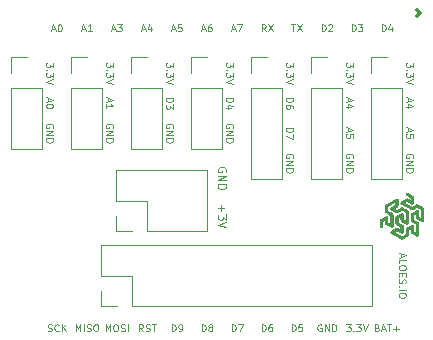
<source format=gto>
G04 #@! TF.FileFunction,Legend,Top*
%FSLAX46Y46*%
G04 Gerber Fmt 4.6, Leading zero omitted, Abs format (unit mm)*
G04 Created by KiCad (PCBNEW 4.0.7-e2-6376~60~ubuntu17.10.1) date Wed Nov 29 12:47:57 2017*
%MOMM*%
%LPD*%
G01*
G04 APERTURE LIST*
%ADD10C,0.100000*%
%ADD11C,0.300000*%
%ADD12C,0.010000*%
%ADD13C,0.120000*%
G04 APERTURE END LIST*
D10*
X168575000Y-104317858D02*
X168603571Y-104260715D01*
X168603571Y-104175001D01*
X168575000Y-104089286D01*
X168517857Y-104032144D01*
X168460714Y-104003572D01*
X168346429Y-103975001D01*
X168260714Y-103975001D01*
X168146429Y-104003572D01*
X168089286Y-104032144D01*
X168032143Y-104089286D01*
X168003571Y-104175001D01*
X168003571Y-104232144D01*
X168032143Y-104317858D01*
X168060714Y-104346429D01*
X168260714Y-104346429D01*
X168260714Y-104232144D01*
X168003571Y-104603572D02*
X168603571Y-104603572D01*
X168003571Y-104946429D01*
X168603571Y-104946429D01*
X168003571Y-105232143D02*
X168603571Y-105232143D01*
X168603571Y-105375000D01*
X168575000Y-105460715D01*
X168517857Y-105517857D01*
X168460714Y-105546429D01*
X168346429Y-105575000D01*
X168260714Y-105575000D01*
X168146429Y-105546429D01*
X168089286Y-105517857D01*
X168032143Y-105460715D01*
X168003571Y-105375000D01*
X168003571Y-105232143D01*
X168003571Y-101792143D02*
X168603571Y-101792143D01*
X168603571Y-101935000D01*
X168575000Y-102020715D01*
X168517857Y-102077857D01*
X168460714Y-102106429D01*
X168346429Y-102135000D01*
X168260714Y-102135000D01*
X168146429Y-102106429D01*
X168089286Y-102077857D01*
X168032143Y-102020715D01*
X168003571Y-101935000D01*
X168003571Y-101792143D01*
X168603571Y-102335000D02*
X168603571Y-102735000D01*
X168003571Y-102477857D01*
X168003571Y-99252143D02*
X168603571Y-99252143D01*
X168603571Y-99395000D01*
X168575000Y-99480715D01*
X168517857Y-99537857D01*
X168460714Y-99566429D01*
X168346429Y-99595000D01*
X168260714Y-99595000D01*
X168146429Y-99566429D01*
X168089286Y-99537857D01*
X168032143Y-99480715D01*
X168003571Y-99395000D01*
X168003571Y-99252143D01*
X168603571Y-100109286D02*
X168603571Y-99995000D01*
X168575000Y-99937857D01*
X168546429Y-99909286D01*
X168460714Y-99852143D01*
X168346429Y-99823572D01*
X168117857Y-99823572D01*
X168060714Y-99852143D01*
X168032143Y-99880715D01*
X168003571Y-99937857D01*
X168003571Y-100052143D01*
X168032143Y-100109286D01*
X168060714Y-100137857D01*
X168117857Y-100166429D01*
X168260714Y-100166429D01*
X168317857Y-100137857D01*
X168346429Y-100109286D01*
X168375000Y-100052143D01*
X168375000Y-99937857D01*
X168346429Y-99880715D01*
X168317857Y-99852143D01*
X168260714Y-99823572D01*
X168603571Y-96269285D02*
X168603571Y-96640714D01*
X168375000Y-96440714D01*
X168375000Y-96526428D01*
X168346429Y-96583571D01*
X168317857Y-96612142D01*
X168260714Y-96640714D01*
X168117857Y-96640714D01*
X168060714Y-96612142D01*
X168032143Y-96583571D01*
X168003571Y-96526428D01*
X168003571Y-96355000D01*
X168032143Y-96297857D01*
X168060714Y-96269285D01*
X168060714Y-96897857D02*
X168032143Y-96926429D01*
X168003571Y-96897857D01*
X168032143Y-96869286D01*
X168060714Y-96897857D01*
X168003571Y-96897857D01*
X168603571Y-97126428D02*
X168603571Y-97497857D01*
X168375000Y-97297857D01*
X168375000Y-97383571D01*
X168346429Y-97440714D01*
X168317857Y-97469285D01*
X168260714Y-97497857D01*
X168117857Y-97497857D01*
X168060714Y-97469285D01*
X168032143Y-97440714D01*
X168003571Y-97383571D01*
X168003571Y-97212143D01*
X168032143Y-97155000D01*
X168060714Y-97126428D01*
X168603571Y-97669286D02*
X168003571Y-97869286D01*
X168603571Y-98069286D01*
X173255000Y-99266429D02*
X173255000Y-99552143D01*
X173083571Y-99209286D02*
X173683571Y-99409286D01*
X173083571Y-99609286D01*
X173483571Y-100066429D02*
X173083571Y-100066429D01*
X173712143Y-99923572D02*
X173283571Y-99780715D01*
X173283571Y-100152143D01*
X173255000Y-101806429D02*
X173255000Y-102092143D01*
X173083571Y-101749286D02*
X173683571Y-101949286D01*
X173083571Y-102149286D01*
X173683571Y-102635000D02*
X173683571Y-102349286D01*
X173397857Y-102320715D01*
X173426429Y-102349286D01*
X173455000Y-102406429D01*
X173455000Y-102549286D01*
X173426429Y-102606429D01*
X173397857Y-102635000D01*
X173340714Y-102663572D01*
X173197857Y-102663572D01*
X173140714Y-102635000D01*
X173112143Y-102606429D01*
X173083571Y-102549286D01*
X173083571Y-102406429D01*
X173112143Y-102349286D01*
X173140714Y-102320715D01*
X162510000Y-108320000D02*
X162510000Y-108853333D01*
X162243333Y-108586666D02*
X162776667Y-108586666D01*
X162943333Y-109120000D02*
X162943333Y-109553333D01*
X162676667Y-109320000D01*
X162676667Y-109420000D01*
X162643333Y-109486667D01*
X162610000Y-109520000D01*
X162543333Y-109553333D01*
X162376667Y-109553333D01*
X162310000Y-109520000D01*
X162276667Y-109486667D01*
X162243333Y-109420000D01*
X162243333Y-109220000D01*
X162276667Y-109153333D01*
X162310000Y-109120000D01*
X162943333Y-109753334D02*
X162243333Y-109986667D01*
X162943333Y-110220000D01*
X178763571Y-96269285D02*
X178763571Y-96640714D01*
X178535000Y-96440714D01*
X178535000Y-96526428D01*
X178506429Y-96583571D01*
X178477857Y-96612142D01*
X178420714Y-96640714D01*
X178277857Y-96640714D01*
X178220714Y-96612142D01*
X178192143Y-96583571D01*
X178163571Y-96526428D01*
X178163571Y-96355000D01*
X178192143Y-96297857D01*
X178220714Y-96269285D01*
X178220714Y-96897857D02*
X178192143Y-96926429D01*
X178163571Y-96897857D01*
X178192143Y-96869286D01*
X178220714Y-96897857D01*
X178163571Y-96897857D01*
X178763571Y-97126428D02*
X178763571Y-97497857D01*
X178535000Y-97297857D01*
X178535000Y-97383571D01*
X178506429Y-97440714D01*
X178477857Y-97469285D01*
X178420714Y-97497857D01*
X178277857Y-97497857D01*
X178220714Y-97469285D01*
X178192143Y-97440714D01*
X178163571Y-97383571D01*
X178163571Y-97212143D01*
X178192143Y-97155000D01*
X178220714Y-97126428D01*
X178763571Y-97669286D02*
X178163571Y-97869286D01*
X178763571Y-98069286D01*
X173683571Y-96269285D02*
X173683571Y-96640714D01*
X173455000Y-96440714D01*
X173455000Y-96526428D01*
X173426429Y-96583571D01*
X173397857Y-96612142D01*
X173340714Y-96640714D01*
X173197857Y-96640714D01*
X173140714Y-96612142D01*
X173112143Y-96583571D01*
X173083571Y-96526428D01*
X173083571Y-96355000D01*
X173112143Y-96297857D01*
X173140714Y-96269285D01*
X173140714Y-96897857D02*
X173112143Y-96926429D01*
X173083571Y-96897857D01*
X173112143Y-96869286D01*
X173140714Y-96897857D01*
X173083571Y-96897857D01*
X173683571Y-97126428D02*
X173683571Y-97497857D01*
X173455000Y-97297857D01*
X173455000Y-97383571D01*
X173426429Y-97440714D01*
X173397857Y-97469285D01*
X173340714Y-97497857D01*
X173197857Y-97497857D01*
X173140714Y-97469285D01*
X173112143Y-97440714D01*
X173083571Y-97383571D01*
X173083571Y-97212143D01*
X173112143Y-97155000D01*
X173140714Y-97126428D01*
X173683571Y-97669286D02*
X173083571Y-97869286D01*
X173683571Y-98069286D01*
X163523571Y-96269285D02*
X163523571Y-96640714D01*
X163295000Y-96440714D01*
X163295000Y-96526428D01*
X163266429Y-96583571D01*
X163237857Y-96612142D01*
X163180714Y-96640714D01*
X163037857Y-96640714D01*
X162980714Y-96612142D01*
X162952143Y-96583571D01*
X162923571Y-96526428D01*
X162923571Y-96355000D01*
X162952143Y-96297857D01*
X162980714Y-96269285D01*
X162980714Y-96897857D02*
X162952143Y-96926429D01*
X162923571Y-96897857D01*
X162952143Y-96869286D01*
X162980714Y-96897857D01*
X162923571Y-96897857D01*
X163523571Y-97126428D02*
X163523571Y-97497857D01*
X163295000Y-97297857D01*
X163295000Y-97383571D01*
X163266429Y-97440714D01*
X163237857Y-97469285D01*
X163180714Y-97497857D01*
X163037857Y-97497857D01*
X162980714Y-97469285D01*
X162952143Y-97440714D01*
X162923571Y-97383571D01*
X162923571Y-97212143D01*
X162952143Y-97155000D01*
X162980714Y-97126428D01*
X163523571Y-97669286D02*
X162923571Y-97869286D01*
X163523571Y-98069286D01*
X158443571Y-96269285D02*
X158443571Y-96640714D01*
X158215000Y-96440714D01*
X158215000Y-96526428D01*
X158186429Y-96583571D01*
X158157857Y-96612142D01*
X158100714Y-96640714D01*
X157957857Y-96640714D01*
X157900714Y-96612142D01*
X157872143Y-96583571D01*
X157843571Y-96526428D01*
X157843571Y-96355000D01*
X157872143Y-96297857D01*
X157900714Y-96269285D01*
X157900714Y-96897857D02*
X157872143Y-96926429D01*
X157843571Y-96897857D01*
X157872143Y-96869286D01*
X157900714Y-96897857D01*
X157843571Y-96897857D01*
X158443571Y-97126428D02*
X158443571Y-97497857D01*
X158215000Y-97297857D01*
X158215000Y-97383571D01*
X158186429Y-97440714D01*
X158157857Y-97469285D01*
X158100714Y-97497857D01*
X157957857Y-97497857D01*
X157900714Y-97469285D01*
X157872143Y-97440714D01*
X157843571Y-97383571D01*
X157843571Y-97212143D01*
X157872143Y-97155000D01*
X157900714Y-97126428D01*
X158443571Y-97669286D02*
X157843571Y-97869286D01*
X158443571Y-98069286D01*
X153363571Y-96269285D02*
X153363571Y-96640714D01*
X153135000Y-96440714D01*
X153135000Y-96526428D01*
X153106429Y-96583571D01*
X153077857Y-96612142D01*
X153020714Y-96640714D01*
X152877857Y-96640714D01*
X152820714Y-96612142D01*
X152792143Y-96583571D01*
X152763571Y-96526428D01*
X152763571Y-96355000D01*
X152792143Y-96297857D01*
X152820714Y-96269285D01*
X152820714Y-96897857D02*
X152792143Y-96926429D01*
X152763571Y-96897857D01*
X152792143Y-96869286D01*
X152820714Y-96897857D01*
X152763571Y-96897857D01*
X153363571Y-97126428D02*
X153363571Y-97497857D01*
X153135000Y-97297857D01*
X153135000Y-97383571D01*
X153106429Y-97440714D01*
X153077857Y-97469285D01*
X153020714Y-97497857D01*
X152877857Y-97497857D01*
X152820714Y-97469285D01*
X152792143Y-97440714D01*
X152763571Y-97383571D01*
X152763571Y-97212143D01*
X152792143Y-97155000D01*
X152820714Y-97126428D01*
X153363571Y-97669286D02*
X152763571Y-97869286D01*
X153363571Y-98069286D01*
X148283571Y-96269285D02*
X148283571Y-96640714D01*
X148055000Y-96440714D01*
X148055000Y-96526428D01*
X148026429Y-96583571D01*
X147997857Y-96612142D01*
X147940714Y-96640714D01*
X147797857Y-96640714D01*
X147740714Y-96612142D01*
X147712143Y-96583571D01*
X147683571Y-96526428D01*
X147683571Y-96355000D01*
X147712143Y-96297857D01*
X147740714Y-96269285D01*
X147740714Y-96897857D02*
X147712143Y-96926429D01*
X147683571Y-96897857D01*
X147712143Y-96869286D01*
X147740714Y-96897857D01*
X147683571Y-96897857D01*
X148283571Y-97126428D02*
X148283571Y-97497857D01*
X148055000Y-97297857D01*
X148055000Y-97383571D01*
X148026429Y-97440714D01*
X147997857Y-97469285D01*
X147940714Y-97497857D01*
X147797857Y-97497857D01*
X147740714Y-97469285D01*
X147712143Y-97440714D01*
X147683571Y-97383571D01*
X147683571Y-97212143D01*
X147712143Y-97155000D01*
X147740714Y-97126428D01*
X148283571Y-97669286D02*
X147683571Y-97869286D01*
X148283571Y-98069286D01*
X178735000Y-104317858D02*
X178763571Y-104260715D01*
X178763571Y-104175001D01*
X178735000Y-104089286D01*
X178677857Y-104032144D01*
X178620714Y-104003572D01*
X178506429Y-103975001D01*
X178420714Y-103975001D01*
X178306429Y-104003572D01*
X178249286Y-104032144D01*
X178192143Y-104089286D01*
X178163571Y-104175001D01*
X178163571Y-104232144D01*
X178192143Y-104317858D01*
X178220714Y-104346429D01*
X178420714Y-104346429D01*
X178420714Y-104232144D01*
X178163571Y-104603572D02*
X178763571Y-104603572D01*
X178163571Y-104946429D01*
X178763571Y-104946429D01*
X178163571Y-105232143D02*
X178763571Y-105232143D01*
X178763571Y-105375000D01*
X178735000Y-105460715D01*
X178677857Y-105517857D01*
X178620714Y-105546429D01*
X178506429Y-105575000D01*
X178420714Y-105575000D01*
X178306429Y-105546429D01*
X178249286Y-105517857D01*
X178192143Y-105460715D01*
X178163571Y-105375000D01*
X178163571Y-105232143D01*
X173655000Y-104317858D02*
X173683571Y-104260715D01*
X173683571Y-104175001D01*
X173655000Y-104089286D01*
X173597857Y-104032144D01*
X173540714Y-104003572D01*
X173426429Y-103975001D01*
X173340714Y-103975001D01*
X173226429Y-104003572D01*
X173169286Y-104032144D01*
X173112143Y-104089286D01*
X173083571Y-104175001D01*
X173083571Y-104232144D01*
X173112143Y-104317858D01*
X173140714Y-104346429D01*
X173340714Y-104346429D01*
X173340714Y-104232144D01*
X173083571Y-104603572D02*
X173683571Y-104603572D01*
X173083571Y-104946429D01*
X173683571Y-104946429D01*
X173083571Y-105232143D02*
X173683571Y-105232143D01*
X173683571Y-105375000D01*
X173655000Y-105460715D01*
X173597857Y-105517857D01*
X173540714Y-105546429D01*
X173426429Y-105575000D01*
X173340714Y-105575000D01*
X173226429Y-105546429D01*
X173169286Y-105517857D01*
X173112143Y-105460715D01*
X173083571Y-105375000D01*
X173083571Y-105232143D01*
X163495000Y-101777858D02*
X163523571Y-101720715D01*
X163523571Y-101635001D01*
X163495000Y-101549286D01*
X163437857Y-101492144D01*
X163380714Y-101463572D01*
X163266429Y-101435001D01*
X163180714Y-101435001D01*
X163066429Y-101463572D01*
X163009286Y-101492144D01*
X162952143Y-101549286D01*
X162923571Y-101635001D01*
X162923571Y-101692144D01*
X162952143Y-101777858D01*
X162980714Y-101806429D01*
X163180714Y-101806429D01*
X163180714Y-101692144D01*
X162923571Y-102063572D02*
X163523571Y-102063572D01*
X162923571Y-102406429D01*
X163523571Y-102406429D01*
X162923571Y-102692143D02*
X163523571Y-102692143D01*
X163523571Y-102835000D01*
X163495000Y-102920715D01*
X163437857Y-102977857D01*
X163380714Y-103006429D01*
X163266429Y-103035000D01*
X163180714Y-103035000D01*
X163066429Y-103006429D01*
X163009286Y-102977857D01*
X162952143Y-102920715D01*
X162923571Y-102835000D01*
X162923571Y-102692143D01*
X158415000Y-101777858D02*
X158443571Y-101720715D01*
X158443571Y-101635001D01*
X158415000Y-101549286D01*
X158357857Y-101492144D01*
X158300714Y-101463572D01*
X158186429Y-101435001D01*
X158100714Y-101435001D01*
X157986429Y-101463572D01*
X157929286Y-101492144D01*
X157872143Y-101549286D01*
X157843571Y-101635001D01*
X157843571Y-101692144D01*
X157872143Y-101777858D01*
X157900714Y-101806429D01*
X158100714Y-101806429D01*
X158100714Y-101692144D01*
X157843571Y-102063572D02*
X158443571Y-102063572D01*
X157843571Y-102406429D01*
X158443571Y-102406429D01*
X157843571Y-102692143D02*
X158443571Y-102692143D01*
X158443571Y-102835000D01*
X158415000Y-102920715D01*
X158357857Y-102977857D01*
X158300714Y-103006429D01*
X158186429Y-103035000D01*
X158100714Y-103035000D01*
X157986429Y-103006429D01*
X157929286Y-102977857D01*
X157872143Y-102920715D01*
X157843571Y-102835000D01*
X157843571Y-102692143D01*
X153335000Y-101777858D02*
X153363571Y-101720715D01*
X153363571Y-101635001D01*
X153335000Y-101549286D01*
X153277857Y-101492144D01*
X153220714Y-101463572D01*
X153106429Y-101435001D01*
X153020714Y-101435001D01*
X152906429Y-101463572D01*
X152849286Y-101492144D01*
X152792143Y-101549286D01*
X152763571Y-101635001D01*
X152763571Y-101692144D01*
X152792143Y-101777858D01*
X152820714Y-101806429D01*
X153020714Y-101806429D01*
X153020714Y-101692144D01*
X152763571Y-102063572D02*
X153363571Y-102063572D01*
X152763571Y-102406429D01*
X153363571Y-102406429D01*
X152763571Y-102692143D02*
X153363571Y-102692143D01*
X153363571Y-102835000D01*
X153335000Y-102920715D01*
X153277857Y-102977857D01*
X153220714Y-103006429D01*
X153106429Y-103035000D01*
X153020714Y-103035000D01*
X152906429Y-103006429D01*
X152849286Y-102977857D01*
X152792143Y-102920715D01*
X152763571Y-102835000D01*
X152763571Y-102692143D01*
X148255000Y-101777858D02*
X148283571Y-101720715D01*
X148283571Y-101635001D01*
X148255000Y-101549286D01*
X148197857Y-101492144D01*
X148140714Y-101463572D01*
X148026429Y-101435001D01*
X147940714Y-101435001D01*
X147826429Y-101463572D01*
X147769286Y-101492144D01*
X147712143Y-101549286D01*
X147683571Y-101635001D01*
X147683571Y-101692144D01*
X147712143Y-101777858D01*
X147740714Y-101806429D01*
X147940714Y-101806429D01*
X147940714Y-101692144D01*
X147683571Y-102063572D02*
X148283571Y-102063572D01*
X147683571Y-102406429D01*
X148283571Y-102406429D01*
X147683571Y-102692143D02*
X148283571Y-102692143D01*
X148283571Y-102835000D01*
X148255000Y-102920715D01*
X148197857Y-102977857D01*
X148140714Y-103006429D01*
X148026429Y-103035000D01*
X147940714Y-103035000D01*
X147826429Y-103006429D01*
X147769286Y-102977857D01*
X147712143Y-102920715D01*
X147683571Y-102835000D01*
X147683571Y-102692143D01*
X178335000Y-99266429D02*
X178335000Y-99552143D01*
X178163571Y-99209286D02*
X178763571Y-99409286D01*
X178163571Y-99609286D01*
X178563571Y-100066429D02*
X178163571Y-100066429D01*
X178792143Y-99923572D02*
X178363571Y-99780715D01*
X178363571Y-100152143D01*
X178335000Y-101806429D02*
X178335000Y-102092143D01*
X178163571Y-101749286D02*
X178763571Y-101949286D01*
X178163571Y-102149286D01*
X178763571Y-102635000D02*
X178763571Y-102349286D01*
X178477857Y-102320715D01*
X178506429Y-102349286D01*
X178535000Y-102406429D01*
X178535000Y-102549286D01*
X178506429Y-102606429D01*
X178477857Y-102635000D01*
X178420714Y-102663572D01*
X178277857Y-102663572D01*
X178220714Y-102635000D01*
X178192143Y-102606429D01*
X178163571Y-102549286D01*
X178163571Y-102406429D01*
X178192143Y-102349286D01*
X178220714Y-102320715D01*
X162923571Y-99252143D02*
X163523571Y-99252143D01*
X163523571Y-99395000D01*
X163495000Y-99480715D01*
X163437857Y-99537857D01*
X163380714Y-99566429D01*
X163266429Y-99595000D01*
X163180714Y-99595000D01*
X163066429Y-99566429D01*
X163009286Y-99537857D01*
X162952143Y-99480715D01*
X162923571Y-99395000D01*
X162923571Y-99252143D01*
X163323571Y-100109286D02*
X162923571Y-100109286D01*
X163552143Y-99966429D02*
X163123571Y-99823572D01*
X163123571Y-100195000D01*
X157843571Y-99252143D02*
X158443571Y-99252143D01*
X158443571Y-99395000D01*
X158415000Y-99480715D01*
X158357857Y-99537857D01*
X158300714Y-99566429D01*
X158186429Y-99595000D01*
X158100714Y-99595000D01*
X157986429Y-99566429D01*
X157929286Y-99537857D01*
X157872143Y-99480715D01*
X157843571Y-99395000D01*
X157843571Y-99252143D01*
X158443571Y-99795000D02*
X158443571Y-100166429D01*
X158215000Y-99966429D01*
X158215000Y-100052143D01*
X158186429Y-100109286D01*
X158157857Y-100137857D01*
X158100714Y-100166429D01*
X157957857Y-100166429D01*
X157900714Y-100137857D01*
X157872143Y-100109286D01*
X157843571Y-100052143D01*
X157843571Y-99880715D01*
X157872143Y-99823572D01*
X157900714Y-99795000D01*
X152935000Y-99266429D02*
X152935000Y-99552143D01*
X152763571Y-99209286D02*
X153363571Y-99409286D01*
X152763571Y-99609286D01*
X152763571Y-100123572D02*
X152763571Y-99780715D01*
X152763571Y-99952143D02*
X153363571Y-99952143D01*
X153277857Y-99895000D01*
X153220714Y-99837858D01*
X153192143Y-99780715D01*
X147855000Y-99266429D02*
X147855000Y-99552143D01*
X147683571Y-99209286D02*
X148283571Y-99409286D01*
X147683571Y-99609286D01*
X148283571Y-99923572D02*
X148283571Y-99980715D01*
X148255000Y-100037858D01*
X148226429Y-100066429D01*
X148169286Y-100095000D01*
X148055000Y-100123572D01*
X147912143Y-100123572D01*
X147797857Y-100095000D01*
X147740714Y-100066429D01*
X147712143Y-100037858D01*
X147683571Y-99980715D01*
X147683571Y-99923572D01*
X147712143Y-99866429D01*
X147740714Y-99837858D01*
X147797857Y-99809286D01*
X147912143Y-99780715D01*
X148055000Y-99780715D01*
X148169286Y-99809286D01*
X148226429Y-99837858D01*
X148255000Y-99866429D01*
X148283571Y-99923572D01*
X162910000Y-105511667D02*
X162943333Y-105445001D01*
X162943333Y-105345001D01*
X162910000Y-105245001D01*
X162843333Y-105178334D01*
X162776667Y-105145001D01*
X162643333Y-105111667D01*
X162543333Y-105111667D01*
X162410000Y-105145001D01*
X162343333Y-105178334D01*
X162276667Y-105245001D01*
X162243333Y-105345001D01*
X162243333Y-105411667D01*
X162276667Y-105511667D01*
X162310000Y-105545001D01*
X162543333Y-105545001D01*
X162543333Y-105411667D01*
X162243333Y-105845001D02*
X162943333Y-105845001D01*
X162243333Y-106245001D01*
X162943333Y-106245001D01*
X162243333Y-106578334D02*
X162943333Y-106578334D01*
X162943333Y-106745000D01*
X162910000Y-106845000D01*
X162843333Y-106911667D01*
X162776667Y-106945000D01*
X162643333Y-106978334D01*
X162543333Y-106978334D01*
X162410000Y-106945000D01*
X162343333Y-106911667D01*
X162276667Y-106845000D01*
X162243333Y-106745000D01*
X162243333Y-106578334D01*
D11*
X179113571Y-91789286D02*
X179327857Y-92075000D01*
X179113571Y-92360715D01*
D10*
X158307143Y-119016429D02*
X158307143Y-118416429D01*
X158450000Y-118416429D01*
X158535715Y-118445000D01*
X158592857Y-118502143D01*
X158621429Y-118559286D01*
X158650000Y-118673571D01*
X158650000Y-118759286D01*
X158621429Y-118873571D01*
X158592857Y-118930714D01*
X158535715Y-118987857D01*
X158450000Y-119016429D01*
X158307143Y-119016429D01*
X158935715Y-119016429D02*
X159050000Y-119016429D01*
X159107143Y-118987857D01*
X159135715Y-118959286D01*
X159192857Y-118873571D01*
X159221429Y-118759286D01*
X159221429Y-118530714D01*
X159192857Y-118473571D01*
X159164286Y-118445000D01*
X159107143Y-118416429D01*
X158992857Y-118416429D01*
X158935715Y-118445000D01*
X158907143Y-118473571D01*
X158878572Y-118530714D01*
X158878572Y-118673571D01*
X158907143Y-118730714D01*
X158935715Y-118759286D01*
X158992857Y-118787857D01*
X159107143Y-118787857D01*
X159164286Y-118759286D01*
X159192857Y-118730714D01*
X159221429Y-118673571D01*
X147818572Y-118987857D02*
X147904286Y-119016429D01*
X148047143Y-119016429D01*
X148104286Y-118987857D01*
X148132857Y-118959286D01*
X148161429Y-118902143D01*
X148161429Y-118845000D01*
X148132857Y-118787857D01*
X148104286Y-118759286D01*
X148047143Y-118730714D01*
X147932857Y-118702143D01*
X147875715Y-118673571D01*
X147847143Y-118645000D01*
X147818572Y-118587857D01*
X147818572Y-118530714D01*
X147847143Y-118473571D01*
X147875715Y-118445000D01*
X147932857Y-118416429D01*
X148075715Y-118416429D01*
X148161429Y-118445000D01*
X148761429Y-118959286D02*
X148732858Y-118987857D01*
X148647144Y-119016429D01*
X148590001Y-119016429D01*
X148504286Y-118987857D01*
X148447144Y-118930714D01*
X148418572Y-118873571D01*
X148390001Y-118759286D01*
X148390001Y-118673571D01*
X148418572Y-118559286D01*
X148447144Y-118502143D01*
X148504286Y-118445000D01*
X148590001Y-118416429D01*
X148647144Y-118416429D01*
X148732858Y-118445000D01*
X148761429Y-118473571D01*
X149018572Y-119016429D02*
X149018572Y-118416429D01*
X149361429Y-119016429D02*
X149104286Y-118673571D01*
X149361429Y-118416429D02*
X149018572Y-118759286D01*
X150187143Y-119016429D02*
X150187143Y-118416429D01*
X150387143Y-118845000D01*
X150587143Y-118416429D01*
X150587143Y-119016429D01*
X150872857Y-119016429D02*
X150872857Y-118416429D01*
X151130000Y-118987857D02*
X151215714Y-119016429D01*
X151358571Y-119016429D01*
X151415714Y-118987857D01*
X151444285Y-118959286D01*
X151472857Y-118902143D01*
X151472857Y-118845000D01*
X151444285Y-118787857D01*
X151415714Y-118759286D01*
X151358571Y-118730714D01*
X151244285Y-118702143D01*
X151187143Y-118673571D01*
X151158571Y-118645000D01*
X151130000Y-118587857D01*
X151130000Y-118530714D01*
X151158571Y-118473571D01*
X151187143Y-118445000D01*
X151244285Y-118416429D01*
X151387143Y-118416429D01*
X151472857Y-118445000D01*
X151844286Y-118416429D02*
X151958572Y-118416429D01*
X152015714Y-118445000D01*
X152072857Y-118502143D01*
X152101429Y-118616429D01*
X152101429Y-118816429D01*
X152072857Y-118930714D01*
X152015714Y-118987857D01*
X151958572Y-119016429D01*
X151844286Y-119016429D01*
X151787143Y-118987857D01*
X151730000Y-118930714D01*
X151701429Y-118816429D01*
X151701429Y-118616429D01*
X151730000Y-118502143D01*
X151787143Y-118445000D01*
X151844286Y-118416429D01*
X152727143Y-119016429D02*
X152727143Y-118416429D01*
X152927143Y-118845000D01*
X153127143Y-118416429D01*
X153127143Y-119016429D01*
X153527143Y-118416429D02*
X153641429Y-118416429D01*
X153698571Y-118445000D01*
X153755714Y-118502143D01*
X153784286Y-118616429D01*
X153784286Y-118816429D01*
X153755714Y-118930714D01*
X153698571Y-118987857D01*
X153641429Y-119016429D01*
X153527143Y-119016429D01*
X153470000Y-118987857D01*
X153412857Y-118930714D01*
X153384286Y-118816429D01*
X153384286Y-118616429D01*
X153412857Y-118502143D01*
X153470000Y-118445000D01*
X153527143Y-118416429D01*
X154012857Y-118987857D02*
X154098571Y-119016429D01*
X154241428Y-119016429D01*
X154298571Y-118987857D01*
X154327142Y-118959286D01*
X154355714Y-118902143D01*
X154355714Y-118845000D01*
X154327142Y-118787857D01*
X154298571Y-118759286D01*
X154241428Y-118730714D01*
X154127142Y-118702143D01*
X154070000Y-118673571D01*
X154041428Y-118645000D01*
X154012857Y-118587857D01*
X154012857Y-118530714D01*
X154041428Y-118473571D01*
X154070000Y-118445000D01*
X154127142Y-118416429D01*
X154270000Y-118416429D01*
X154355714Y-118445000D01*
X154612857Y-119016429D02*
X154612857Y-118416429D01*
X155881428Y-119016429D02*
X155681428Y-118730714D01*
X155538571Y-119016429D02*
X155538571Y-118416429D01*
X155767143Y-118416429D01*
X155824285Y-118445000D01*
X155852857Y-118473571D01*
X155881428Y-118530714D01*
X155881428Y-118616429D01*
X155852857Y-118673571D01*
X155824285Y-118702143D01*
X155767143Y-118730714D01*
X155538571Y-118730714D01*
X156110000Y-118987857D02*
X156195714Y-119016429D01*
X156338571Y-119016429D01*
X156395714Y-118987857D01*
X156424285Y-118959286D01*
X156452857Y-118902143D01*
X156452857Y-118845000D01*
X156424285Y-118787857D01*
X156395714Y-118759286D01*
X156338571Y-118730714D01*
X156224285Y-118702143D01*
X156167143Y-118673571D01*
X156138571Y-118645000D01*
X156110000Y-118587857D01*
X156110000Y-118530714D01*
X156138571Y-118473571D01*
X156167143Y-118445000D01*
X156224285Y-118416429D01*
X156367143Y-118416429D01*
X156452857Y-118445000D01*
X156624286Y-118416429D02*
X156967143Y-118416429D01*
X156795714Y-119016429D02*
X156795714Y-118416429D01*
X160847143Y-119016429D02*
X160847143Y-118416429D01*
X160990000Y-118416429D01*
X161075715Y-118445000D01*
X161132857Y-118502143D01*
X161161429Y-118559286D01*
X161190000Y-118673571D01*
X161190000Y-118759286D01*
X161161429Y-118873571D01*
X161132857Y-118930714D01*
X161075715Y-118987857D01*
X160990000Y-119016429D01*
X160847143Y-119016429D01*
X161532857Y-118673571D02*
X161475715Y-118645000D01*
X161447143Y-118616429D01*
X161418572Y-118559286D01*
X161418572Y-118530714D01*
X161447143Y-118473571D01*
X161475715Y-118445000D01*
X161532857Y-118416429D01*
X161647143Y-118416429D01*
X161704286Y-118445000D01*
X161732857Y-118473571D01*
X161761429Y-118530714D01*
X161761429Y-118559286D01*
X161732857Y-118616429D01*
X161704286Y-118645000D01*
X161647143Y-118673571D01*
X161532857Y-118673571D01*
X161475715Y-118702143D01*
X161447143Y-118730714D01*
X161418572Y-118787857D01*
X161418572Y-118902143D01*
X161447143Y-118959286D01*
X161475715Y-118987857D01*
X161532857Y-119016429D01*
X161647143Y-119016429D01*
X161704286Y-118987857D01*
X161732857Y-118959286D01*
X161761429Y-118902143D01*
X161761429Y-118787857D01*
X161732857Y-118730714D01*
X161704286Y-118702143D01*
X161647143Y-118673571D01*
X163387143Y-119016429D02*
X163387143Y-118416429D01*
X163530000Y-118416429D01*
X163615715Y-118445000D01*
X163672857Y-118502143D01*
X163701429Y-118559286D01*
X163730000Y-118673571D01*
X163730000Y-118759286D01*
X163701429Y-118873571D01*
X163672857Y-118930714D01*
X163615715Y-118987857D01*
X163530000Y-119016429D01*
X163387143Y-119016429D01*
X163930000Y-118416429D02*
X164330000Y-118416429D01*
X164072857Y-119016429D01*
X165927143Y-119016429D02*
X165927143Y-118416429D01*
X166070000Y-118416429D01*
X166155715Y-118445000D01*
X166212857Y-118502143D01*
X166241429Y-118559286D01*
X166270000Y-118673571D01*
X166270000Y-118759286D01*
X166241429Y-118873571D01*
X166212857Y-118930714D01*
X166155715Y-118987857D01*
X166070000Y-119016429D01*
X165927143Y-119016429D01*
X166784286Y-118416429D02*
X166670000Y-118416429D01*
X166612857Y-118445000D01*
X166584286Y-118473571D01*
X166527143Y-118559286D01*
X166498572Y-118673571D01*
X166498572Y-118902143D01*
X166527143Y-118959286D01*
X166555715Y-118987857D01*
X166612857Y-119016429D01*
X166727143Y-119016429D01*
X166784286Y-118987857D01*
X166812857Y-118959286D01*
X166841429Y-118902143D01*
X166841429Y-118759286D01*
X166812857Y-118702143D01*
X166784286Y-118673571D01*
X166727143Y-118645000D01*
X166612857Y-118645000D01*
X166555715Y-118673571D01*
X166527143Y-118702143D01*
X166498572Y-118759286D01*
X168467143Y-119016429D02*
X168467143Y-118416429D01*
X168610000Y-118416429D01*
X168695715Y-118445000D01*
X168752857Y-118502143D01*
X168781429Y-118559286D01*
X168810000Y-118673571D01*
X168810000Y-118759286D01*
X168781429Y-118873571D01*
X168752857Y-118930714D01*
X168695715Y-118987857D01*
X168610000Y-119016429D01*
X168467143Y-119016429D01*
X169352857Y-118416429D02*
X169067143Y-118416429D01*
X169038572Y-118702143D01*
X169067143Y-118673571D01*
X169124286Y-118645000D01*
X169267143Y-118645000D01*
X169324286Y-118673571D01*
X169352857Y-118702143D01*
X169381429Y-118759286D01*
X169381429Y-118902143D01*
X169352857Y-118959286D01*
X169324286Y-118987857D01*
X169267143Y-119016429D01*
X169124286Y-119016429D01*
X169067143Y-118987857D01*
X169038572Y-118959286D01*
X170992858Y-118445000D02*
X170935715Y-118416429D01*
X170850001Y-118416429D01*
X170764286Y-118445000D01*
X170707144Y-118502143D01*
X170678572Y-118559286D01*
X170650001Y-118673571D01*
X170650001Y-118759286D01*
X170678572Y-118873571D01*
X170707144Y-118930714D01*
X170764286Y-118987857D01*
X170850001Y-119016429D01*
X170907144Y-119016429D01*
X170992858Y-118987857D01*
X171021429Y-118959286D01*
X171021429Y-118759286D01*
X170907144Y-118759286D01*
X171278572Y-119016429D02*
X171278572Y-118416429D01*
X171621429Y-119016429D01*
X171621429Y-118416429D01*
X171907143Y-119016429D02*
X171907143Y-118416429D01*
X172050000Y-118416429D01*
X172135715Y-118445000D01*
X172192857Y-118502143D01*
X172221429Y-118559286D01*
X172250000Y-118673571D01*
X172250000Y-118759286D01*
X172221429Y-118873571D01*
X172192857Y-118930714D01*
X172135715Y-118987857D01*
X172050000Y-119016429D01*
X171907143Y-119016429D01*
X173104285Y-118416429D02*
X173475714Y-118416429D01*
X173275714Y-118645000D01*
X173361428Y-118645000D01*
X173418571Y-118673571D01*
X173447142Y-118702143D01*
X173475714Y-118759286D01*
X173475714Y-118902143D01*
X173447142Y-118959286D01*
X173418571Y-118987857D01*
X173361428Y-119016429D01*
X173190000Y-119016429D01*
X173132857Y-118987857D01*
X173104285Y-118959286D01*
X173732857Y-118959286D02*
X173761429Y-118987857D01*
X173732857Y-119016429D01*
X173704286Y-118987857D01*
X173732857Y-118959286D01*
X173732857Y-119016429D01*
X173961428Y-118416429D02*
X174332857Y-118416429D01*
X174132857Y-118645000D01*
X174218571Y-118645000D01*
X174275714Y-118673571D01*
X174304285Y-118702143D01*
X174332857Y-118759286D01*
X174332857Y-118902143D01*
X174304285Y-118959286D01*
X174275714Y-118987857D01*
X174218571Y-119016429D01*
X174047143Y-119016429D01*
X173990000Y-118987857D01*
X173961428Y-118959286D01*
X174504286Y-118416429D02*
X174704286Y-119016429D01*
X174904286Y-118416429D01*
X148161429Y-93445000D02*
X148447143Y-93445000D01*
X148104286Y-93616429D02*
X148304286Y-93016429D01*
X148504286Y-93616429D01*
X148818572Y-93016429D02*
X148875715Y-93016429D01*
X148932858Y-93045000D01*
X148961429Y-93073571D01*
X148990000Y-93130714D01*
X149018572Y-93245000D01*
X149018572Y-93387857D01*
X148990000Y-93502143D01*
X148961429Y-93559286D01*
X148932858Y-93587857D01*
X148875715Y-93616429D01*
X148818572Y-93616429D01*
X148761429Y-93587857D01*
X148732858Y-93559286D01*
X148704286Y-93502143D01*
X148675715Y-93387857D01*
X148675715Y-93245000D01*
X148704286Y-93130714D01*
X148732858Y-93073571D01*
X148761429Y-93045000D01*
X148818572Y-93016429D01*
X150701429Y-93445000D02*
X150987143Y-93445000D01*
X150644286Y-93616429D02*
X150844286Y-93016429D01*
X151044286Y-93616429D01*
X151558572Y-93616429D02*
X151215715Y-93616429D01*
X151387143Y-93616429D02*
X151387143Y-93016429D01*
X151330000Y-93102143D01*
X151272858Y-93159286D01*
X151215715Y-93187857D01*
X153241429Y-93445000D02*
X153527143Y-93445000D01*
X153184286Y-93616429D02*
X153384286Y-93016429D01*
X153584286Y-93616429D01*
X153727143Y-93016429D02*
X154098572Y-93016429D01*
X153898572Y-93245000D01*
X153984286Y-93245000D01*
X154041429Y-93273571D01*
X154070000Y-93302143D01*
X154098572Y-93359286D01*
X154098572Y-93502143D01*
X154070000Y-93559286D01*
X154041429Y-93587857D01*
X153984286Y-93616429D01*
X153812858Y-93616429D01*
X153755715Y-93587857D01*
X153727143Y-93559286D01*
X155781429Y-93445000D02*
X156067143Y-93445000D01*
X155724286Y-93616429D02*
X155924286Y-93016429D01*
X156124286Y-93616429D01*
X156581429Y-93216429D02*
X156581429Y-93616429D01*
X156438572Y-92987857D02*
X156295715Y-93416429D01*
X156667143Y-93416429D01*
X158321429Y-93445000D02*
X158607143Y-93445000D01*
X158264286Y-93616429D02*
X158464286Y-93016429D01*
X158664286Y-93616429D01*
X159150000Y-93016429D02*
X158864286Y-93016429D01*
X158835715Y-93302143D01*
X158864286Y-93273571D01*
X158921429Y-93245000D01*
X159064286Y-93245000D01*
X159121429Y-93273571D01*
X159150000Y-93302143D01*
X159178572Y-93359286D01*
X159178572Y-93502143D01*
X159150000Y-93559286D01*
X159121429Y-93587857D01*
X159064286Y-93616429D01*
X158921429Y-93616429D01*
X158864286Y-93587857D01*
X158835715Y-93559286D01*
X176087143Y-93616429D02*
X176087143Y-93016429D01*
X176230000Y-93016429D01*
X176315715Y-93045000D01*
X176372857Y-93102143D01*
X176401429Y-93159286D01*
X176430000Y-93273571D01*
X176430000Y-93359286D01*
X176401429Y-93473571D01*
X176372857Y-93530714D01*
X176315715Y-93587857D01*
X176230000Y-93616429D01*
X176087143Y-93616429D01*
X176944286Y-93216429D02*
X176944286Y-93616429D01*
X176801429Y-92987857D02*
X176658572Y-93416429D01*
X177030000Y-93416429D01*
X173547143Y-93616429D02*
X173547143Y-93016429D01*
X173690000Y-93016429D01*
X173775715Y-93045000D01*
X173832857Y-93102143D01*
X173861429Y-93159286D01*
X173890000Y-93273571D01*
X173890000Y-93359286D01*
X173861429Y-93473571D01*
X173832857Y-93530714D01*
X173775715Y-93587857D01*
X173690000Y-93616429D01*
X173547143Y-93616429D01*
X174090000Y-93016429D02*
X174461429Y-93016429D01*
X174261429Y-93245000D01*
X174347143Y-93245000D01*
X174404286Y-93273571D01*
X174432857Y-93302143D01*
X174461429Y-93359286D01*
X174461429Y-93502143D01*
X174432857Y-93559286D01*
X174404286Y-93587857D01*
X174347143Y-93616429D01*
X174175715Y-93616429D01*
X174118572Y-93587857D01*
X174090000Y-93559286D01*
X171007143Y-93616429D02*
X171007143Y-93016429D01*
X171150000Y-93016429D01*
X171235715Y-93045000D01*
X171292857Y-93102143D01*
X171321429Y-93159286D01*
X171350000Y-93273571D01*
X171350000Y-93359286D01*
X171321429Y-93473571D01*
X171292857Y-93530714D01*
X171235715Y-93587857D01*
X171150000Y-93616429D01*
X171007143Y-93616429D01*
X171578572Y-93073571D02*
X171607143Y-93045000D01*
X171664286Y-93016429D01*
X171807143Y-93016429D01*
X171864286Y-93045000D01*
X171892857Y-93073571D01*
X171921429Y-93130714D01*
X171921429Y-93187857D01*
X171892857Y-93273571D01*
X171550000Y-93616429D01*
X171921429Y-93616429D01*
X168452857Y-93016429D02*
X168795714Y-93016429D01*
X168624285Y-93616429D02*
X168624285Y-93016429D01*
X168938571Y-93016429D02*
X169338571Y-93616429D01*
X169338571Y-93016429D02*
X168938571Y-93616429D01*
X166270000Y-93616429D02*
X166070000Y-93330714D01*
X165927143Y-93616429D02*
X165927143Y-93016429D01*
X166155715Y-93016429D01*
X166212857Y-93045000D01*
X166241429Y-93073571D01*
X166270000Y-93130714D01*
X166270000Y-93216429D01*
X166241429Y-93273571D01*
X166212857Y-93302143D01*
X166155715Y-93330714D01*
X165927143Y-93330714D01*
X166470000Y-93016429D02*
X166870000Y-93616429D01*
X166870000Y-93016429D02*
X166470000Y-93616429D01*
X163401429Y-93445000D02*
X163687143Y-93445000D01*
X163344286Y-93616429D02*
X163544286Y-93016429D01*
X163744286Y-93616429D01*
X163887143Y-93016429D02*
X164287143Y-93016429D01*
X164030000Y-93616429D01*
X160861429Y-93445000D02*
X161147143Y-93445000D01*
X160804286Y-93616429D02*
X161004286Y-93016429D01*
X161204286Y-93616429D01*
X161661429Y-93016429D02*
X161547143Y-93016429D01*
X161490000Y-93045000D01*
X161461429Y-93073571D01*
X161404286Y-93159286D01*
X161375715Y-93273571D01*
X161375715Y-93502143D01*
X161404286Y-93559286D01*
X161432858Y-93587857D01*
X161490000Y-93616429D01*
X161604286Y-93616429D01*
X161661429Y-93587857D01*
X161690000Y-93559286D01*
X161718572Y-93502143D01*
X161718572Y-93359286D01*
X161690000Y-93302143D01*
X161661429Y-93273571D01*
X161604286Y-93245000D01*
X161490000Y-93245000D01*
X161432858Y-93273571D01*
X161404286Y-93302143D01*
X161375715Y-93359286D01*
X177700000Y-112442858D02*
X177700000Y-112728572D01*
X177528571Y-112385715D02*
X178128571Y-112585715D01*
X177528571Y-112785715D01*
X177528571Y-113271429D02*
X177528571Y-112985715D01*
X178128571Y-112985715D01*
X178128571Y-113585715D02*
X178128571Y-113700001D01*
X178100000Y-113757143D01*
X178042857Y-113814286D01*
X177928571Y-113842858D01*
X177728571Y-113842858D01*
X177614286Y-113814286D01*
X177557143Y-113757143D01*
X177528571Y-113700001D01*
X177528571Y-113585715D01*
X177557143Y-113528572D01*
X177614286Y-113471429D01*
X177728571Y-113442858D01*
X177928571Y-113442858D01*
X178042857Y-113471429D01*
X178100000Y-113528572D01*
X178128571Y-113585715D01*
X177842857Y-114100000D02*
X177842857Y-114300000D01*
X177528571Y-114385714D02*
X177528571Y-114100000D01*
X178128571Y-114100000D01*
X178128571Y-114385714D01*
X177557143Y-114614286D02*
X177528571Y-114700000D01*
X177528571Y-114842857D01*
X177557143Y-114900000D01*
X177585714Y-114928571D01*
X177642857Y-114957143D01*
X177700000Y-114957143D01*
X177757143Y-114928571D01*
X177785714Y-114900000D01*
X177814286Y-114842857D01*
X177842857Y-114728571D01*
X177871429Y-114671429D01*
X177900000Y-114642857D01*
X177957143Y-114614286D01*
X178014286Y-114614286D01*
X178071429Y-114642857D01*
X178100000Y-114671429D01*
X178128571Y-114728571D01*
X178128571Y-114871429D01*
X178100000Y-114957143D01*
X177585714Y-115214286D02*
X177557143Y-115242858D01*
X177528571Y-115214286D01*
X177557143Y-115185715D01*
X177585714Y-115214286D01*
X177528571Y-115214286D01*
X177528571Y-115500000D02*
X178128571Y-115500000D01*
X178128571Y-115900000D02*
X178128571Y-116014286D01*
X178100000Y-116071428D01*
X178042857Y-116128571D01*
X177928571Y-116157143D01*
X177728571Y-116157143D01*
X177614286Y-116128571D01*
X177557143Y-116071428D01*
X177528571Y-116014286D01*
X177528571Y-115900000D01*
X177557143Y-115842857D01*
X177614286Y-115785714D01*
X177728571Y-115757143D01*
X177928571Y-115757143D01*
X178042857Y-115785714D01*
X178100000Y-115842857D01*
X178128571Y-115900000D01*
X175715714Y-118702143D02*
X175801428Y-118730714D01*
X175830000Y-118759286D01*
X175858571Y-118816429D01*
X175858571Y-118902143D01*
X175830000Y-118959286D01*
X175801428Y-118987857D01*
X175744286Y-119016429D01*
X175515714Y-119016429D01*
X175515714Y-118416429D01*
X175715714Y-118416429D01*
X175772857Y-118445000D01*
X175801428Y-118473571D01*
X175830000Y-118530714D01*
X175830000Y-118587857D01*
X175801428Y-118645000D01*
X175772857Y-118673571D01*
X175715714Y-118702143D01*
X175515714Y-118702143D01*
X176087143Y-118845000D02*
X176372857Y-118845000D01*
X176030000Y-119016429D02*
X176230000Y-118416429D01*
X176430000Y-119016429D01*
X176544286Y-118416429D02*
X176887143Y-118416429D01*
X176715714Y-119016429D02*
X176715714Y-118416429D01*
X177087143Y-118787857D02*
X177544286Y-118787857D01*
X177315715Y-119016429D02*
X177315715Y-118559286D01*
D12*
G36*
X179594874Y-109210055D02*
X179594780Y-109301325D01*
X179594581Y-109378284D01*
X179594240Y-109442242D01*
X179593716Y-109494511D01*
X179592973Y-109536401D01*
X179591972Y-109569224D01*
X179590675Y-109594291D01*
X179589043Y-109612912D01*
X179587038Y-109626399D01*
X179584621Y-109636062D01*
X179581755Y-109643213D01*
X179578970Y-109648242D01*
X179553360Y-109675972D01*
X179520607Y-109690062D01*
X179484557Y-109688969D01*
X179480338Y-109687789D01*
X179464051Y-109680767D01*
X179435909Y-109666474D01*
X179398215Y-109646244D01*
X179353275Y-109621410D01*
X179303394Y-109593305D01*
X179250876Y-109563261D01*
X179198027Y-109532612D01*
X179147152Y-109502691D01*
X179100555Y-109474830D01*
X179060542Y-109450362D01*
X179029417Y-109430621D01*
X179009485Y-109416939D01*
X179003963Y-109412306D01*
X178997887Y-109404936D01*
X178993202Y-109395884D01*
X178989633Y-109382821D01*
X178986904Y-109363415D01*
X178984739Y-109335336D01*
X178982862Y-109296254D01*
X178980996Y-109243837D01*
X178979892Y-109209015D01*
X178978078Y-109155299D01*
X178976196Y-109107776D01*
X178974365Y-109068879D01*
X178972704Y-109041038D01*
X178971334Y-109026687D01*
X178970879Y-109025267D01*
X178962795Y-109029277D01*
X178942651Y-109040342D01*
X178913032Y-109057012D01*
X178876523Y-109077838D01*
X178853846Y-109090883D01*
X178740116Y-109156500D01*
X178739800Y-109546814D01*
X178931614Y-109656127D01*
X178984451Y-109686619D01*
X179033270Y-109715512D01*
X179075851Y-109741435D01*
X179109973Y-109763016D01*
X179133414Y-109778883D01*
X179143281Y-109786850D01*
X179163133Y-109808260D01*
X179163133Y-110876145D01*
X179135213Y-110903206D01*
X179121387Y-110915806D01*
X179108113Y-110924833D01*
X179093731Y-110929741D01*
X179076583Y-110929984D01*
X179055008Y-110925015D01*
X179027346Y-110914289D01*
X178991939Y-110897259D01*
X178947128Y-110873378D01*
X178891251Y-110842102D01*
X178822651Y-110802883D01*
X178812266Y-110796917D01*
X178740727Y-110755480D01*
X178683021Y-110721294D01*
X178638034Y-110693646D01*
X178604657Y-110671824D01*
X178581778Y-110655115D01*
X178568284Y-110642805D01*
X178564765Y-110638167D01*
X178559390Y-110627296D01*
X178555229Y-110612977D01*
X178552045Y-110592779D01*
X178549599Y-110564271D01*
X178547652Y-110525023D01*
X178545965Y-110472603D01*
X178545066Y-110437450D01*
X178540833Y-110262132D01*
X178424417Y-110330318D01*
X178308000Y-110398504D01*
X178306923Y-110552202D01*
X178306239Y-110610142D01*
X178305051Y-110670283D01*
X178303496Y-110727317D01*
X178301709Y-110775938D01*
X178300573Y-110799033D01*
X178295300Y-110892167D01*
X178248733Y-110922919D01*
X178228494Y-110935723D01*
X178196213Y-110955461D01*
X178154497Y-110980571D01*
X178105952Y-111009489D01*
X178053186Y-111040655D01*
X178012116Y-111064736D01*
X177952585Y-111099327D01*
X177905584Y-111126080D01*
X177869169Y-111145950D01*
X177841399Y-111159891D01*
X177820332Y-111168858D01*
X177804026Y-111173805D01*
X177790539Y-111175688D01*
X177786200Y-111175800D01*
X177777328Y-111175035D01*
X177766218Y-111172323D01*
X177751709Y-111167046D01*
X177732640Y-111158581D01*
X177707851Y-111146307D01*
X177676181Y-111129602D01*
X177636470Y-111107847D01*
X177587558Y-111080420D01*
X177528283Y-111046699D01*
X177457486Y-111006064D01*
X177374005Y-110957893D01*
X177311617Y-110921799D01*
X177229323Y-110873951D01*
X177151941Y-110828564D01*
X177080729Y-110786399D01*
X177016945Y-110748220D01*
X176961845Y-110714787D01*
X176916688Y-110686862D01*
X176882732Y-110665207D01*
X176861233Y-110650585D01*
X176853892Y-110644515D01*
X176838092Y-110612645D01*
X176836309Y-110576289D01*
X176848658Y-110541120D01*
X176859071Y-110530173D01*
X176880977Y-110513632D01*
X176915089Y-110491042D01*
X176962118Y-110461949D01*
X177022776Y-110425900D01*
X177092800Y-110385297D01*
X177159241Y-110347278D01*
X177212817Y-110317077D01*
X177255210Y-110293855D01*
X177288105Y-110276768D01*
X177313187Y-110264974D01*
X177332140Y-110257633D01*
X177346648Y-110253902D01*
X177357608Y-110252934D01*
X177373666Y-110254515D01*
X177392719Y-110260029D01*
X177417310Y-110270631D01*
X177449983Y-110287477D01*
X177493278Y-110311723D01*
X177516675Y-110325221D01*
X177559787Y-110350156D01*
X177599459Y-110372935D01*
X177632660Y-110391832D01*
X177656356Y-110405117D01*
X177665575Y-110410105D01*
X177689933Y-110422702D01*
X177689671Y-110147100D01*
X177497185Y-110037034D01*
X177444343Y-110006465D01*
X177395562Y-109977580D01*
X177353044Y-109951734D01*
X177318988Y-109930283D01*
X177295595Y-109914584D01*
X177285650Y-109906681D01*
X177280506Y-109900894D01*
X177276385Y-109894455D01*
X177273176Y-109885555D01*
X177270769Y-109872388D01*
X177269052Y-109853145D01*
X177267915Y-109826020D01*
X177267247Y-109789205D01*
X177266936Y-109740892D01*
X177266871Y-109679276D01*
X177266943Y-109602547D01*
X177266944Y-109601881D01*
X177267288Y-109317367D01*
X177290227Y-109291362D01*
X177304579Y-109279286D01*
X177331120Y-109260938D01*
X177367616Y-109237588D01*
X177411833Y-109210505D01*
X177461538Y-109180960D01*
X177514496Y-109150223D01*
X177568473Y-109119564D01*
X177621236Y-109090253D01*
X177670550Y-109063560D01*
X177714182Y-109040754D01*
X177749899Y-109023107D01*
X177775464Y-109011887D01*
X177788069Y-109008333D01*
X177814234Y-109015049D01*
X177843434Y-109033368D01*
X177844637Y-109034350D01*
X177876200Y-109060366D01*
X177877119Y-109256600D01*
X177877622Y-109315847D01*
X177878521Y-109372357D01*
X177879730Y-109422931D01*
X177881168Y-109464369D01*
X177882752Y-109493473D01*
X177883469Y-109501508D01*
X177888900Y-109550182D01*
X178005317Y-109617079D01*
X178121733Y-109683975D01*
X178121733Y-108909953D01*
X177955207Y-108814501D01*
X177900621Y-108783398D01*
X177858649Y-108760036D01*
X177827342Y-108743509D01*
X177804754Y-108732912D01*
X177788937Y-108727340D01*
X177777945Y-108725888D01*
X177769830Y-108727651D01*
X177769088Y-108727975D01*
X177756517Y-108734611D01*
X177731584Y-108748522D01*
X177696541Y-108768425D01*
X177653638Y-108793036D01*
X177605124Y-108821073D01*
X177567427Y-108842984D01*
X177502704Y-108880225D01*
X177451091Y-108908830D01*
X177411480Y-108929361D01*
X177382762Y-108942382D01*
X177363831Y-108948452D01*
X177358268Y-108949067D01*
X177347205Y-108947742D01*
X177332421Y-108943294D01*
X177312592Y-108935016D01*
X177286389Y-108922198D01*
X177252488Y-108904131D01*
X177209561Y-108880108D01*
X177156282Y-108849419D01*
X177091325Y-108811356D01*
X177013363Y-108765210D01*
X177006496Y-108761130D01*
X176960052Y-108733028D01*
X176918372Y-108706845D01*
X176883760Y-108684106D01*
X176858519Y-108666337D01*
X176844953Y-108655064D01*
X176843512Y-108653193D01*
X176836064Y-108625518D01*
X176836918Y-108592208D01*
X176845746Y-108562195D01*
X176846952Y-108559903D01*
X176858713Y-108548321D01*
X176885009Y-108529381D01*
X176925300Y-108503430D01*
X176979040Y-108470815D01*
X177045689Y-108431882D01*
X177060435Y-108423417D01*
X177262366Y-108307795D01*
X177264690Y-108166520D01*
X177267014Y-108025244D01*
X177230823Y-108046435D01*
X177215651Y-108055260D01*
X177187603Y-108071513D01*
X177148467Y-108094162D01*
X177100033Y-108122170D01*
X177044091Y-108154504D01*
X176982430Y-108190128D01*
X176916840Y-108228009D01*
X176894066Y-108241158D01*
X176593500Y-108414689D01*
X176591381Y-108607795D01*
X176589262Y-108800900D01*
X176788918Y-108914858D01*
X176849704Y-108950063D01*
X176902706Y-108981781D01*
X176946363Y-109009023D01*
X176979116Y-109030801D01*
X176999406Y-109046127D01*
X177004820Y-109051631D01*
X177008151Y-109056886D01*
X177010993Y-109063438D01*
X177013385Y-109072585D01*
X177015366Y-109085626D01*
X177016974Y-109103861D01*
X177018249Y-109128588D01*
X177019227Y-109161106D01*
X177019950Y-109202714D01*
X177020454Y-109254709D01*
X177020779Y-109318392D01*
X177020964Y-109395061D01*
X177021047Y-109486015D01*
X177021066Y-109592552D01*
X177021066Y-109597074D01*
X177021050Y-109704214D01*
X177020975Y-109795730D01*
X177020801Y-109872932D01*
X177020489Y-109937131D01*
X177019999Y-109989636D01*
X177019290Y-110031757D01*
X177018323Y-110064804D01*
X177017059Y-110090087D01*
X177015457Y-110108916D01*
X177013478Y-110122600D01*
X177011082Y-110132450D01*
X177008229Y-110139776D01*
X177004879Y-110145887D01*
X177004364Y-110146726D01*
X176980947Y-110171025D01*
X176949935Y-110185418D01*
X176917353Y-110187638D01*
X176904453Y-110184321D01*
X176889304Y-110177118D01*
X176862208Y-110162786D01*
X176825452Y-110142639D01*
X176781322Y-110117992D01*
X176732107Y-110090162D01*
X176680092Y-110060463D01*
X176627565Y-110030211D01*
X176576813Y-110000722D01*
X176530123Y-109973310D01*
X176489782Y-109949291D01*
X176458077Y-109929981D01*
X176437294Y-109916695D01*
X176430517Y-109911726D01*
X176424345Y-109905585D01*
X176419675Y-109898383D01*
X176416296Y-109887856D01*
X176414001Y-109871740D01*
X176412579Y-109847772D01*
X176411822Y-109813686D01*
X176411521Y-109767220D01*
X176411467Y-109706109D01*
X176411467Y-109705358D01*
X176411196Y-109650860D01*
X176410437Y-109602553D01*
X176409270Y-109562828D01*
X176407777Y-109534078D01*
X176406037Y-109518693D01*
X176405117Y-109516759D01*
X176395962Y-109520951D01*
X176374859Y-109532238D01*
X176344465Y-109549152D01*
X176307438Y-109570221D01*
X176284467Y-109583479D01*
X176170167Y-109649774D01*
X176164946Y-109847637D01*
X176163387Y-109906828D01*
X176161913Y-109963023D01*
X176160603Y-110013108D01*
X176159541Y-110053967D01*
X176158806Y-110082488D01*
X176158596Y-110090787D01*
X176156403Y-110119792D01*
X176149732Y-110139201D01*
X176135732Y-110156273D01*
X176131171Y-110160637D01*
X176098951Y-110180598D01*
X176064050Y-110185647D01*
X176030270Y-110176513D01*
X176001416Y-110153926D01*
X175987454Y-110133069D01*
X175980790Y-110117817D01*
X175976329Y-110100643D01*
X175973740Y-110078097D01*
X175972689Y-110046731D01*
X175972843Y-110003095D01*
X175973118Y-109984454D01*
X175973926Y-109934920D01*
X175974905Y-109874450D01*
X175975957Y-109809042D01*
X175976986Y-109744692D01*
X175977533Y-109710255D01*
X175978507Y-109654825D01*
X175979619Y-109613801D01*
X175981178Y-109584657D01*
X175983495Y-109564868D01*
X175986878Y-109551907D01*
X175991635Y-109543248D01*
X175998077Y-109536365D01*
X175998899Y-109535611D01*
X176010843Y-109527128D01*
X176035495Y-109511461D01*
X176070853Y-109489816D01*
X176114916Y-109463402D01*
X176165682Y-109433425D01*
X176221151Y-109401092D01*
X176239692Y-109390373D01*
X176303475Y-109353688D01*
X176354498Y-109324704D01*
X176394591Y-109302528D01*
X176425584Y-109286266D01*
X176449309Y-109275025D01*
X176467596Y-109267913D01*
X176482276Y-109264037D01*
X176495178Y-109262503D01*
X176502159Y-109262334D01*
X176528666Y-109263855D01*
X176546039Y-109270764D01*
X176561976Y-109286580D01*
X176565983Y-109291515D01*
X176589267Y-109320695D01*
X176589269Y-109556098D01*
X176589271Y-109791500D01*
X176667585Y-109835846D01*
X176706033Y-109857668D01*
X176744497Y-109879584D01*
X176777166Y-109898279D01*
X176790350Y-109905867D01*
X176834800Y-109931543D01*
X176834761Y-109544021D01*
X176834723Y-109156500D01*
X176654845Y-109055672D01*
X176602638Y-109025907D01*
X176553666Y-108997051D01*
X176510459Y-108970667D01*
X176475543Y-108948318D01*
X176451447Y-108931567D01*
X176443217Y-108924837D01*
X176411467Y-108894830D01*
X176411736Y-108606565D01*
X176411930Y-108525968D01*
X176412390Y-108460711D01*
X176413178Y-108409202D01*
X176414358Y-108369849D01*
X176415994Y-108341060D01*
X176418148Y-108321244D01*
X176420883Y-108308808D01*
X176423819Y-108302709D01*
X176433108Y-108295781D01*
X176455784Y-108281219D01*
X176490540Y-108259801D01*
X176536069Y-108232306D01*
X176591064Y-108199513D01*
X176654217Y-108162203D01*
X176724222Y-108121155D01*
X176799770Y-108077147D01*
X176879555Y-108030959D01*
X176881809Y-108029659D01*
X176977426Y-107974497D01*
X177059528Y-107927265D01*
X177129277Y-107887448D01*
X177187836Y-107854535D01*
X177236369Y-107828010D01*
X177276038Y-107807361D01*
X177308007Y-107792075D01*
X177333437Y-107781638D01*
X177353493Y-107775536D01*
X177369337Y-107773256D01*
X177382132Y-107774286D01*
X177393041Y-107778111D01*
X177403227Y-107784217D01*
X177413852Y-107792093D01*
X177416084Y-107793798D01*
X177444400Y-107815395D01*
X177444400Y-108105923D01*
X177444354Y-108184003D01*
X177444154Y-108246940D01*
X177443706Y-108296524D01*
X177442915Y-108334546D01*
X177441687Y-108362796D01*
X177439929Y-108383064D01*
X177437547Y-108397140D01*
X177434446Y-108406815D01*
X177430532Y-108413880D01*
X177428042Y-108417245D01*
X177415576Y-108428117D01*
X177391052Y-108445485D01*
X177357186Y-108467569D01*
X177316694Y-108492592D01*
X177277759Y-108515620D01*
X177234283Y-108540851D01*
X177195417Y-108563495D01*
X177163726Y-108582050D01*
X177141774Y-108595016D01*
X177132392Y-108600713D01*
X177132143Y-108606796D01*
X177143278Y-108617923D01*
X177166569Y-108634609D01*
X177202785Y-108657367D01*
X177252698Y-108686713D01*
X177309241Y-108718774D01*
X177356116Y-108745040D01*
X177554775Y-108631333D01*
X177617725Y-108595565D01*
X177667918Y-108567718D01*
X177707079Y-108546941D01*
X177736935Y-108532381D01*
X177759211Y-108523188D01*
X177775633Y-108518510D01*
X177785652Y-108517446D01*
X177797211Y-108518755D01*
X177812523Y-108523337D01*
X177833175Y-108532001D01*
X177860756Y-108545558D01*
X177896853Y-108564817D01*
X177943052Y-108590589D01*
X178000940Y-108623683D01*
X178054273Y-108654546D01*
X178121100Y-108693516D01*
X178174633Y-108725171D01*
X178216344Y-108750486D01*
X178247707Y-108770434D01*
X178270192Y-108785990D01*
X178285272Y-108798128D01*
X178294420Y-108807821D01*
X178299107Y-108816044D01*
X178299337Y-108816676D01*
X178301299Y-108831014D01*
X178303026Y-108861771D01*
X178304509Y-108908437D01*
X178305742Y-108970499D01*
X178306716Y-109047445D01*
X178307422Y-109138764D01*
X178307853Y-109243943D01*
X178308000Y-109362471D01*
X178308000Y-109885699D01*
X178283921Y-109908767D01*
X178256789Y-109929076D01*
X178228313Y-109937313D01*
X178195406Y-109933464D01*
X178154979Y-109917511D01*
X178136431Y-109907964D01*
X178081005Y-109877621D01*
X178023063Y-109845108D01*
X177964567Y-109811603D01*
X177907481Y-109778282D01*
X177853766Y-109746324D01*
X177805385Y-109716906D01*
X177764301Y-109691206D01*
X177732478Y-109670402D01*
X177711877Y-109655671D01*
X177704722Y-109648928D01*
X177700330Y-109632241D01*
X177696545Y-109598806D01*
X177693382Y-109548800D01*
X177690852Y-109482397D01*
X177690012Y-109450941D01*
X177685700Y-109271248D01*
X177564893Y-109339758D01*
X177444087Y-109408269D01*
X177446360Y-109599885D01*
X177448633Y-109791500D01*
X177641851Y-109902360D01*
X177694818Y-109933087D01*
X177743775Y-109962123D01*
X177786520Y-109988112D01*
X177820851Y-110009697D01*
X177844564Y-110025522D01*
X177854888Y-110033594D01*
X177874708Y-110053967D01*
X177877571Y-110329133D01*
X177878253Y-110410171D01*
X177878414Y-110475857D01*
X177878011Y-110527767D01*
X177877001Y-110567477D01*
X177875341Y-110596560D01*
X177872989Y-110616593D01*
X177869902Y-110629151D01*
X177869379Y-110630473D01*
X177851824Y-110653879D01*
X177824047Y-110673006D01*
X177792760Y-110683724D01*
X177781193Y-110684734D01*
X177769130Y-110680642D01*
X177744621Y-110669124D01*
X177709828Y-110651310D01*
X177666916Y-110628335D01*
X177618048Y-110601329D01*
X177571930Y-110575186D01*
X177519755Y-110545371D01*
X177471877Y-110518210D01*
X177430422Y-110494893D01*
X177397514Y-110476611D01*
X177375280Y-110464554D01*
X177366236Y-110460038D01*
X177351765Y-110461978D01*
X177323682Y-110473683D01*
X177281927Y-110495180D01*
X177237119Y-110520321D01*
X177197968Y-110543163D01*
X177164630Y-110563195D01*
X177139596Y-110578874D01*
X177125360Y-110588656D01*
X177123033Y-110591019D01*
X177130149Y-110595935D01*
X177150154Y-110608205D01*
X177181234Y-110626777D01*
X177221577Y-110650603D01*
X177269369Y-110678633D01*
X177322798Y-110709817D01*
X177380051Y-110743106D01*
X177439314Y-110777449D01*
X177498774Y-110811797D01*
X177556620Y-110845101D01*
X177611037Y-110876310D01*
X177660213Y-110904376D01*
X177702334Y-110928247D01*
X177735588Y-110946875D01*
X177758162Y-110959210D01*
X177765436Y-110962964D01*
X177773629Y-110966338D01*
X177782352Y-110967449D01*
X177793641Y-110965394D01*
X177809528Y-110959267D01*
X177832050Y-110948162D01*
X177863240Y-110931176D01*
X177905133Y-110907402D01*
X177955391Y-110878461D01*
X178121733Y-110782426D01*
X178121768Y-110642563D01*
X178122159Y-110584313D01*
X178123210Y-110521344D01*
X178124773Y-110460224D01*
X178126701Y-110407519D01*
X178127323Y-110394445D01*
X178132844Y-110286190D01*
X178205605Y-110241304D01*
X178234924Y-110223503D01*
X178275536Y-110199247D01*
X178324061Y-110170534D01*
X178377119Y-110139361D01*
X178431331Y-110107726D01*
X178448640Y-110097676D01*
X178509175Y-110062861D01*
X178557238Y-110036262D01*
X178594842Y-110017322D01*
X178623997Y-110005483D01*
X178646716Y-110000188D01*
X178665010Y-110000878D01*
X178680890Y-110006996D01*
X178696369Y-110017985D01*
X178705933Y-110026350D01*
X178735566Y-110053270D01*
X178738530Y-110296076D01*
X178741493Y-110538883D01*
X178851976Y-110601225D01*
X178891148Y-110623249D01*
X178925201Y-110642246D01*
X178951362Y-110656680D01*
X178966859Y-110665017D01*
X178969663Y-110666389D01*
X178971140Y-110658794D01*
X178972514Y-110635933D01*
X178973756Y-110599470D01*
X178974832Y-110551071D01*
X178975713Y-110492403D01*
X178976366Y-110425132D01*
X178976759Y-110350923D01*
X178976867Y-110284872D01*
X178976867Y-109900532D01*
X178774305Y-109783052D01*
X178703929Y-109741732D01*
X178648183Y-109707868D01*
X178606635Y-109681178D01*
X178578852Y-109661383D01*
X178564402Y-109648199D01*
X178562451Y-109645176D01*
X178559160Y-109629663D01*
X178556140Y-109599850D01*
X178553436Y-109558366D01*
X178551094Y-109507843D01*
X178549158Y-109450911D01*
X178547676Y-109390202D01*
X178546692Y-109328346D01*
X178546252Y-109267974D01*
X178546402Y-109211717D01*
X178547187Y-109162205D01*
X178548652Y-109122070D01*
X178550845Y-109093942D01*
X178552708Y-109083248D01*
X178555653Y-109072429D01*
X178558745Y-109063256D01*
X178563429Y-109054709D01*
X178571156Y-109045763D01*
X178583372Y-109035396D01*
X178601525Y-109022586D01*
X178627063Y-109006310D01*
X178661435Y-108985545D01*
X178706087Y-108959269D01*
X178762468Y-108926459D01*
X178831080Y-108886642D01*
X178896589Y-108848804D01*
X178949389Y-108818945D01*
X178991301Y-108796340D01*
X179024142Y-108780266D01*
X179049732Y-108770000D01*
X179069888Y-108764816D01*
X179086430Y-108763991D01*
X179101175Y-108766803D01*
X179115943Y-108772525D01*
X179116803Y-108772915D01*
X179129705Y-108779650D01*
X179139967Y-108788055D01*
X179147890Y-108800005D01*
X179153774Y-108817378D01*
X179157921Y-108842049D01*
X179160629Y-108875895D01*
X179162200Y-108920791D01*
X179162934Y-108978615D01*
X179163131Y-109051241D01*
X179163133Y-109062274D01*
X179163133Y-109294856D01*
X179282560Y-109363261D01*
X179322876Y-109386239D01*
X179357806Y-109405930D01*
X179384824Y-109420927D01*
X179401401Y-109429822D01*
X179405412Y-109431667D01*
X179406066Y-109423480D01*
X179406586Y-109400040D01*
X179406964Y-109363024D01*
X179407197Y-109314111D01*
X179407278Y-109254981D01*
X179407203Y-109187312D01*
X179406966Y-109112784D01*
X179406635Y-109045709D01*
X179404433Y-108659750D01*
X179238737Y-108564338D01*
X179073041Y-108468925D01*
X178870992Y-108586080D01*
X178811034Y-108620760D01*
X178763784Y-108647764D01*
X178727348Y-108667987D01*
X178699833Y-108682325D01*
X178679344Y-108691673D01*
X178663985Y-108696926D01*
X178651863Y-108698981D01*
X178641083Y-108698733D01*
X178634522Y-108697859D01*
X178617059Y-108691931D01*
X178586060Y-108677452D01*
X178541378Y-108654340D01*
X178482863Y-108622515D01*
X178410365Y-108581898D01*
X178323737Y-108532409D01*
X178278367Y-108506216D01*
X178168266Y-108442423D01*
X178072118Y-108386600D01*
X177989179Y-108338308D01*
X177918704Y-108297105D01*
X177859949Y-108262553D01*
X177812169Y-108234211D01*
X177774621Y-108211639D01*
X177746559Y-108194396D01*
X177727241Y-108182044D01*
X177715920Y-108174142D01*
X177713833Y-108172453D01*
X177699205Y-108149931D01*
X177693081Y-108119243D01*
X177696102Y-108087218D01*
X177703998Y-108067670D01*
X177716197Y-108055441D01*
X177741137Y-108036698D01*
X177776572Y-108012740D01*
X177820257Y-107984867D01*
X177869944Y-107954380D01*
X177923388Y-107922578D01*
X177978343Y-107890761D01*
X178032562Y-107860230D01*
X178083800Y-107832284D01*
X178129810Y-107808223D01*
X178168347Y-107789347D01*
X178197163Y-107776957D01*
X178214013Y-107772352D01*
X178214264Y-107772348D01*
X178229725Y-107774888D01*
X178252248Y-107783188D01*
X178283549Y-107798074D01*
X178325346Y-107820373D01*
X178379353Y-107850913D01*
X178389671Y-107856867D01*
X178434528Y-107882683D01*
X178474301Y-107905324D01*
X178506705Y-107923511D01*
X178529455Y-107935962D01*
X178540266Y-107941399D01*
X178540766Y-107941534D01*
X178542215Y-107933539D01*
X178543198Y-107911430D01*
X178543666Y-107878024D01*
X178543570Y-107836135D01*
X178543160Y-107804379D01*
X178540833Y-107667225D01*
X178357037Y-107560962D01*
X178304959Y-107530459D01*
X178256491Y-107501330D01*
X178213996Y-107475053D01*
X178179835Y-107453106D01*
X178156371Y-107436966D01*
X178147487Y-107429833D01*
X178126642Y-107399304D01*
X178121854Y-107364204D01*
X178133272Y-107325770D01*
X178134521Y-107323297D01*
X178152462Y-107298714D01*
X178177114Y-107285405D01*
X178212755Y-107281150D01*
X178215738Y-107281134D01*
X178228039Y-107282149D01*
X178242654Y-107285781D01*
X178261369Y-107292914D01*
X178285970Y-107304428D01*
X178318245Y-107321205D01*
X178359981Y-107344128D01*
X178412963Y-107374077D01*
X178468178Y-107405718D01*
X178524780Y-107438720D01*
X178577856Y-107470503D01*
X178625246Y-107499709D01*
X178664786Y-107524976D01*
X178694316Y-107544947D01*
X178711673Y-107558260D01*
X178713491Y-107560002D01*
X178742215Y-107589700D01*
X178733419Y-108156508D01*
X178706842Y-108180254D01*
X178691465Y-108192806D01*
X178676420Y-108201234D01*
X178659899Y-108204974D01*
X178640096Y-108203463D01*
X178615203Y-108196137D01*
X178583413Y-108182433D01*
X178542917Y-108161788D01*
X178491910Y-108133638D01*
X178428584Y-108097419D01*
X178413856Y-108088911D01*
X178214813Y-107973823D01*
X178174623Y-107996953D01*
X178149811Y-108011292D01*
X178115734Y-108031062D01*
X178077747Y-108053154D01*
X178055115Y-108066342D01*
X177975797Y-108112600D01*
X178050882Y-108156443D01*
X178076493Y-108171325D01*
X178114414Y-108193259D01*
X178162264Y-108220873D01*
X178217663Y-108252796D01*
X178278232Y-108287656D01*
X178341589Y-108324081D01*
X178382373Y-108347507D01*
X178638780Y-108494726D01*
X178670240Y-108479749D01*
X178687415Y-108470855D01*
X178716337Y-108455091D01*
X178754100Y-108434072D01*
X178797798Y-108409419D01*
X178844526Y-108382746D01*
X178845633Y-108382111D01*
X178906782Y-108347040D01*
X178955099Y-108319581D01*
X178992429Y-108298894D01*
X179020615Y-108284141D01*
X179041501Y-108274483D01*
X179056930Y-108269082D01*
X179068746Y-108267099D01*
X179078792Y-108267696D01*
X179088913Y-108270034D01*
X179090865Y-108270570D01*
X179105284Y-108276713D01*
X179132251Y-108290276D01*
X179169692Y-108310137D01*
X179215534Y-108335173D01*
X179267706Y-108364260D01*
X179324135Y-108396276D01*
X179345386Y-108408472D01*
X179416354Y-108449675D01*
X179473359Y-108483583D01*
X179517396Y-108510838D01*
X179549461Y-108532078D01*
X179570549Y-108547945D01*
X179581655Y-108559078D01*
X179583041Y-108561296D01*
X179585555Y-108568589D01*
X179587703Y-108580866D01*
X179589511Y-108599334D01*
X179591005Y-108625200D01*
X179592212Y-108659670D01*
X179593158Y-108703951D01*
X179593869Y-108759250D01*
X179594373Y-108826773D01*
X179594695Y-108907726D01*
X179594862Y-109003317D01*
X179594902Y-109103163D01*
X179594874Y-109210055D01*
X179594874Y-109210055D01*
G37*
X179594874Y-109210055D02*
X179594780Y-109301325D01*
X179594581Y-109378284D01*
X179594240Y-109442242D01*
X179593716Y-109494511D01*
X179592973Y-109536401D01*
X179591972Y-109569224D01*
X179590675Y-109594291D01*
X179589043Y-109612912D01*
X179587038Y-109626399D01*
X179584621Y-109636062D01*
X179581755Y-109643213D01*
X179578970Y-109648242D01*
X179553360Y-109675972D01*
X179520607Y-109690062D01*
X179484557Y-109688969D01*
X179480338Y-109687789D01*
X179464051Y-109680767D01*
X179435909Y-109666474D01*
X179398215Y-109646244D01*
X179353275Y-109621410D01*
X179303394Y-109593305D01*
X179250876Y-109563261D01*
X179198027Y-109532612D01*
X179147152Y-109502691D01*
X179100555Y-109474830D01*
X179060542Y-109450362D01*
X179029417Y-109430621D01*
X179009485Y-109416939D01*
X179003963Y-109412306D01*
X178997887Y-109404936D01*
X178993202Y-109395884D01*
X178989633Y-109382821D01*
X178986904Y-109363415D01*
X178984739Y-109335336D01*
X178982862Y-109296254D01*
X178980996Y-109243837D01*
X178979892Y-109209015D01*
X178978078Y-109155299D01*
X178976196Y-109107776D01*
X178974365Y-109068879D01*
X178972704Y-109041038D01*
X178971334Y-109026687D01*
X178970879Y-109025267D01*
X178962795Y-109029277D01*
X178942651Y-109040342D01*
X178913032Y-109057012D01*
X178876523Y-109077838D01*
X178853846Y-109090883D01*
X178740116Y-109156500D01*
X178739800Y-109546814D01*
X178931614Y-109656127D01*
X178984451Y-109686619D01*
X179033270Y-109715512D01*
X179075851Y-109741435D01*
X179109973Y-109763016D01*
X179133414Y-109778883D01*
X179143281Y-109786850D01*
X179163133Y-109808260D01*
X179163133Y-110876145D01*
X179135213Y-110903206D01*
X179121387Y-110915806D01*
X179108113Y-110924833D01*
X179093731Y-110929741D01*
X179076583Y-110929984D01*
X179055008Y-110925015D01*
X179027346Y-110914289D01*
X178991939Y-110897259D01*
X178947128Y-110873378D01*
X178891251Y-110842102D01*
X178822651Y-110802883D01*
X178812266Y-110796917D01*
X178740727Y-110755480D01*
X178683021Y-110721294D01*
X178638034Y-110693646D01*
X178604657Y-110671824D01*
X178581778Y-110655115D01*
X178568284Y-110642805D01*
X178564765Y-110638167D01*
X178559390Y-110627296D01*
X178555229Y-110612977D01*
X178552045Y-110592779D01*
X178549599Y-110564271D01*
X178547652Y-110525023D01*
X178545965Y-110472603D01*
X178545066Y-110437450D01*
X178540833Y-110262132D01*
X178424417Y-110330318D01*
X178308000Y-110398504D01*
X178306923Y-110552202D01*
X178306239Y-110610142D01*
X178305051Y-110670283D01*
X178303496Y-110727317D01*
X178301709Y-110775938D01*
X178300573Y-110799033D01*
X178295300Y-110892167D01*
X178248733Y-110922919D01*
X178228494Y-110935723D01*
X178196213Y-110955461D01*
X178154497Y-110980571D01*
X178105952Y-111009489D01*
X178053186Y-111040655D01*
X178012116Y-111064736D01*
X177952585Y-111099327D01*
X177905584Y-111126080D01*
X177869169Y-111145950D01*
X177841399Y-111159891D01*
X177820332Y-111168858D01*
X177804026Y-111173805D01*
X177790539Y-111175688D01*
X177786200Y-111175800D01*
X177777328Y-111175035D01*
X177766218Y-111172323D01*
X177751709Y-111167046D01*
X177732640Y-111158581D01*
X177707851Y-111146307D01*
X177676181Y-111129602D01*
X177636470Y-111107847D01*
X177587558Y-111080420D01*
X177528283Y-111046699D01*
X177457486Y-111006064D01*
X177374005Y-110957893D01*
X177311617Y-110921799D01*
X177229323Y-110873951D01*
X177151941Y-110828564D01*
X177080729Y-110786399D01*
X177016945Y-110748220D01*
X176961845Y-110714787D01*
X176916688Y-110686862D01*
X176882732Y-110665207D01*
X176861233Y-110650585D01*
X176853892Y-110644515D01*
X176838092Y-110612645D01*
X176836309Y-110576289D01*
X176848658Y-110541120D01*
X176859071Y-110530173D01*
X176880977Y-110513632D01*
X176915089Y-110491042D01*
X176962118Y-110461949D01*
X177022776Y-110425900D01*
X177092800Y-110385297D01*
X177159241Y-110347278D01*
X177212817Y-110317077D01*
X177255210Y-110293855D01*
X177288105Y-110276768D01*
X177313187Y-110264974D01*
X177332140Y-110257633D01*
X177346648Y-110253902D01*
X177357608Y-110252934D01*
X177373666Y-110254515D01*
X177392719Y-110260029D01*
X177417310Y-110270631D01*
X177449983Y-110287477D01*
X177493278Y-110311723D01*
X177516675Y-110325221D01*
X177559787Y-110350156D01*
X177599459Y-110372935D01*
X177632660Y-110391832D01*
X177656356Y-110405117D01*
X177665575Y-110410105D01*
X177689933Y-110422702D01*
X177689671Y-110147100D01*
X177497185Y-110037034D01*
X177444343Y-110006465D01*
X177395562Y-109977580D01*
X177353044Y-109951734D01*
X177318988Y-109930283D01*
X177295595Y-109914584D01*
X177285650Y-109906681D01*
X177280506Y-109900894D01*
X177276385Y-109894455D01*
X177273176Y-109885555D01*
X177270769Y-109872388D01*
X177269052Y-109853145D01*
X177267915Y-109826020D01*
X177267247Y-109789205D01*
X177266936Y-109740892D01*
X177266871Y-109679276D01*
X177266943Y-109602547D01*
X177266944Y-109601881D01*
X177267288Y-109317367D01*
X177290227Y-109291362D01*
X177304579Y-109279286D01*
X177331120Y-109260938D01*
X177367616Y-109237588D01*
X177411833Y-109210505D01*
X177461538Y-109180960D01*
X177514496Y-109150223D01*
X177568473Y-109119564D01*
X177621236Y-109090253D01*
X177670550Y-109063560D01*
X177714182Y-109040754D01*
X177749899Y-109023107D01*
X177775464Y-109011887D01*
X177788069Y-109008333D01*
X177814234Y-109015049D01*
X177843434Y-109033368D01*
X177844637Y-109034350D01*
X177876200Y-109060366D01*
X177877119Y-109256600D01*
X177877622Y-109315847D01*
X177878521Y-109372357D01*
X177879730Y-109422931D01*
X177881168Y-109464369D01*
X177882752Y-109493473D01*
X177883469Y-109501508D01*
X177888900Y-109550182D01*
X178005317Y-109617079D01*
X178121733Y-109683975D01*
X178121733Y-108909953D01*
X177955207Y-108814501D01*
X177900621Y-108783398D01*
X177858649Y-108760036D01*
X177827342Y-108743509D01*
X177804754Y-108732912D01*
X177788937Y-108727340D01*
X177777945Y-108725888D01*
X177769830Y-108727651D01*
X177769088Y-108727975D01*
X177756517Y-108734611D01*
X177731584Y-108748522D01*
X177696541Y-108768425D01*
X177653638Y-108793036D01*
X177605124Y-108821073D01*
X177567427Y-108842984D01*
X177502704Y-108880225D01*
X177451091Y-108908830D01*
X177411480Y-108929361D01*
X177382762Y-108942382D01*
X177363831Y-108948452D01*
X177358268Y-108949067D01*
X177347205Y-108947742D01*
X177332421Y-108943294D01*
X177312592Y-108935016D01*
X177286389Y-108922198D01*
X177252488Y-108904131D01*
X177209561Y-108880108D01*
X177156282Y-108849419D01*
X177091325Y-108811356D01*
X177013363Y-108765210D01*
X177006496Y-108761130D01*
X176960052Y-108733028D01*
X176918372Y-108706845D01*
X176883760Y-108684106D01*
X176858519Y-108666337D01*
X176844953Y-108655064D01*
X176843512Y-108653193D01*
X176836064Y-108625518D01*
X176836918Y-108592208D01*
X176845746Y-108562195D01*
X176846952Y-108559903D01*
X176858713Y-108548321D01*
X176885009Y-108529381D01*
X176925300Y-108503430D01*
X176979040Y-108470815D01*
X177045689Y-108431882D01*
X177060435Y-108423417D01*
X177262366Y-108307795D01*
X177264690Y-108166520D01*
X177267014Y-108025244D01*
X177230823Y-108046435D01*
X177215651Y-108055260D01*
X177187603Y-108071513D01*
X177148467Y-108094162D01*
X177100033Y-108122170D01*
X177044091Y-108154504D01*
X176982430Y-108190128D01*
X176916840Y-108228009D01*
X176894066Y-108241158D01*
X176593500Y-108414689D01*
X176591381Y-108607795D01*
X176589262Y-108800900D01*
X176788918Y-108914858D01*
X176849704Y-108950063D01*
X176902706Y-108981781D01*
X176946363Y-109009023D01*
X176979116Y-109030801D01*
X176999406Y-109046127D01*
X177004820Y-109051631D01*
X177008151Y-109056886D01*
X177010993Y-109063438D01*
X177013385Y-109072585D01*
X177015366Y-109085626D01*
X177016974Y-109103861D01*
X177018249Y-109128588D01*
X177019227Y-109161106D01*
X177019950Y-109202714D01*
X177020454Y-109254709D01*
X177020779Y-109318392D01*
X177020964Y-109395061D01*
X177021047Y-109486015D01*
X177021066Y-109592552D01*
X177021066Y-109597074D01*
X177021050Y-109704214D01*
X177020975Y-109795730D01*
X177020801Y-109872932D01*
X177020489Y-109937131D01*
X177019999Y-109989636D01*
X177019290Y-110031757D01*
X177018323Y-110064804D01*
X177017059Y-110090087D01*
X177015457Y-110108916D01*
X177013478Y-110122600D01*
X177011082Y-110132450D01*
X177008229Y-110139776D01*
X177004879Y-110145887D01*
X177004364Y-110146726D01*
X176980947Y-110171025D01*
X176949935Y-110185418D01*
X176917353Y-110187638D01*
X176904453Y-110184321D01*
X176889304Y-110177118D01*
X176862208Y-110162786D01*
X176825452Y-110142639D01*
X176781322Y-110117992D01*
X176732107Y-110090162D01*
X176680092Y-110060463D01*
X176627565Y-110030211D01*
X176576813Y-110000722D01*
X176530123Y-109973310D01*
X176489782Y-109949291D01*
X176458077Y-109929981D01*
X176437294Y-109916695D01*
X176430517Y-109911726D01*
X176424345Y-109905585D01*
X176419675Y-109898383D01*
X176416296Y-109887856D01*
X176414001Y-109871740D01*
X176412579Y-109847772D01*
X176411822Y-109813686D01*
X176411521Y-109767220D01*
X176411467Y-109706109D01*
X176411467Y-109705358D01*
X176411196Y-109650860D01*
X176410437Y-109602553D01*
X176409270Y-109562828D01*
X176407777Y-109534078D01*
X176406037Y-109518693D01*
X176405117Y-109516759D01*
X176395962Y-109520951D01*
X176374859Y-109532238D01*
X176344465Y-109549152D01*
X176307438Y-109570221D01*
X176284467Y-109583479D01*
X176170167Y-109649774D01*
X176164946Y-109847637D01*
X176163387Y-109906828D01*
X176161913Y-109963023D01*
X176160603Y-110013108D01*
X176159541Y-110053967D01*
X176158806Y-110082488D01*
X176158596Y-110090787D01*
X176156403Y-110119792D01*
X176149732Y-110139201D01*
X176135732Y-110156273D01*
X176131171Y-110160637D01*
X176098951Y-110180598D01*
X176064050Y-110185647D01*
X176030270Y-110176513D01*
X176001416Y-110153926D01*
X175987454Y-110133069D01*
X175980790Y-110117817D01*
X175976329Y-110100643D01*
X175973740Y-110078097D01*
X175972689Y-110046731D01*
X175972843Y-110003095D01*
X175973118Y-109984454D01*
X175973926Y-109934920D01*
X175974905Y-109874450D01*
X175975957Y-109809042D01*
X175976986Y-109744692D01*
X175977533Y-109710255D01*
X175978507Y-109654825D01*
X175979619Y-109613801D01*
X175981178Y-109584657D01*
X175983495Y-109564868D01*
X175986878Y-109551907D01*
X175991635Y-109543248D01*
X175998077Y-109536365D01*
X175998899Y-109535611D01*
X176010843Y-109527128D01*
X176035495Y-109511461D01*
X176070853Y-109489816D01*
X176114916Y-109463402D01*
X176165682Y-109433425D01*
X176221151Y-109401092D01*
X176239692Y-109390373D01*
X176303475Y-109353688D01*
X176354498Y-109324704D01*
X176394591Y-109302528D01*
X176425584Y-109286266D01*
X176449309Y-109275025D01*
X176467596Y-109267913D01*
X176482276Y-109264037D01*
X176495178Y-109262503D01*
X176502159Y-109262334D01*
X176528666Y-109263855D01*
X176546039Y-109270764D01*
X176561976Y-109286580D01*
X176565983Y-109291515D01*
X176589267Y-109320695D01*
X176589269Y-109556098D01*
X176589271Y-109791500D01*
X176667585Y-109835846D01*
X176706033Y-109857668D01*
X176744497Y-109879584D01*
X176777166Y-109898279D01*
X176790350Y-109905867D01*
X176834800Y-109931543D01*
X176834761Y-109544021D01*
X176834723Y-109156500D01*
X176654845Y-109055672D01*
X176602638Y-109025907D01*
X176553666Y-108997051D01*
X176510459Y-108970667D01*
X176475543Y-108948318D01*
X176451447Y-108931567D01*
X176443217Y-108924837D01*
X176411467Y-108894830D01*
X176411736Y-108606565D01*
X176411930Y-108525968D01*
X176412390Y-108460711D01*
X176413178Y-108409202D01*
X176414358Y-108369849D01*
X176415994Y-108341060D01*
X176418148Y-108321244D01*
X176420883Y-108308808D01*
X176423819Y-108302709D01*
X176433108Y-108295781D01*
X176455784Y-108281219D01*
X176490540Y-108259801D01*
X176536069Y-108232306D01*
X176591064Y-108199513D01*
X176654217Y-108162203D01*
X176724222Y-108121155D01*
X176799770Y-108077147D01*
X176879555Y-108030959D01*
X176881809Y-108029659D01*
X176977426Y-107974497D01*
X177059528Y-107927265D01*
X177129277Y-107887448D01*
X177187836Y-107854535D01*
X177236369Y-107828010D01*
X177276038Y-107807361D01*
X177308007Y-107792075D01*
X177333437Y-107781638D01*
X177353493Y-107775536D01*
X177369337Y-107773256D01*
X177382132Y-107774286D01*
X177393041Y-107778111D01*
X177403227Y-107784217D01*
X177413852Y-107792093D01*
X177416084Y-107793798D01*
X177444400Y-107815395D01*
X177444400Y-108105923D01*
X177444354Y-108184003D01*
X177444154Y-108246940D01*
X177443706Y-108296524D01*
X177442915Y-108334546D01*
X177441687Y-108362796D01*
X177439929Y-108383064D01*
X177437547Y-108397140D01*
X177434446Y-108406815D01*
X177430532Y-108413880D01*
X177428042Y-108417245D01*
X177415576Y-108428117D01*
X177391052Y-108445485D01*
X177357186Y-108467569D01*
X177316694Y-108492592D01*
X177277759Y-108515620D01*
X177234283Y-108540851D01*
X177195417Y-108563495D01*
X177163726Y-108582050D01*
X177141774Y-108595016D01*
X177132392Y-108600713D01*
X177132143Y-108606796D01*
X177143278Y-108617923D01*
X177166569Y-108634609D01*
X177202785Y-108657367D01*
X177252698Y-108686713D01*
X177309241Y-108718774D01*
X177356116Y-108745040D01*
X177554775Y-108631333D01*
X177617725Y-108595565D01*
X177667918Y-108567718D01*
X177707079Y-108546941D01*
X177736935Y-108532381D01*
X177759211Y-108523188D01*
X177775633Y-108518510D01*
X177785652Y-108517446D01*
X177797211Y-108518755D01*
X177812523Y-108523337D01*
X177833175Y-108532001D01*
X177860756Y-108545558D01*
X177896853Y-108564817D01*
X177943052Y-108590589D01*
X178000940Y-108623683D01*
X178054273Y-108654546D01*
X178121100Y-108693516D01*
X178174633Y-108725171D01*
X178216344Y-108750486D01*
X178247707Y-108770434D01*
X178270192Y-108785990D01*
X178285272Y-108798128D01*
X178294420Y-108807821D01*
X178299107Y-108816044D01*
X178299337Y-108816676D01*
X178301299Y-108831014D01*
X178303026Y-108861771D01*
X178304509Y-108908437D01*
X178305742Y-108970499D01*
X178306716Y-109047445D01*
X178307422Y-109138764D01*
X178307853Y-109243943D01*
X178308000Y-109362471D01*
X178308000Y-109885699D01*
X178283921Y-109908767D01*
X178256789Y-109929076D01*
X178228313Y-109937313D01*
X178195406Y-109933464D01*
X178154979Y-109917511D01*
X178136431Y-109907964D01*
X178081005Y-109877621D01*
X178023063Y-109845108D01*
X177964567Y-109811603D01*
X177907481Y-109778282D01*
X177853766Y-109746324D01*
X177805385Y-109716906D01*
X177764301Y-109691206D01*
X177732478Y-109670402D01*
X177711877Y-109655671D01*
X177704722Y-109648928D01*
X177700330Y-109632241D01*
X177696545Y-109598806D01*
X177693382Y-109548800D01*
X177690852Y-109482397D01*
X177690012Y-109450941D01*
X177685700Y-109271248D01*
X177564893Y-109339758D01*
X177444087Y-109408269D01*
X177446360Y-109599885D01*
X177448633Y-109791500D01*
X177641851Y-109902360D01*
X177694818Y-109933087D01*
X177743775Y-109962123D01*
X177786520Y-109988112D01*
X177820851Y-110009697D01*
X177844564Y-110025522D01*
X177854888Y-110033594D01*
X177874708Y-110053967D01*
X177877571Y-110329133D01*
X177878253Y-110410171D01*
X177878414Y-110475857D01*
X177878011Y-110527767D01*
X177877001Y-110567477D01*
X177875341Y-110596560D01*
X177872989Y-110616593D01*
X177869902Y-110629151D01*
X177869379Y-110630473D01*
X177851824Y-110653879D01*
X177824047Y-110673006D01*
X177792760Y-110683724D01*
X177781193Y-110684734D01*
X177769130Y-110680642D01*
X177744621Y-110669124D01*
X177709828Y-110651310D01*
X177666916Y-110628335D01*
X177618048Y-110601329D01*
X177571930Y-110575186D01*
X177519755Y-110545371D01*
X177471877Y-110518210D01*
X177430422Y-110494893D01*
X177397514Y-110476611D01*
X177375280Y-110464554D01*
X177366236Y-110460038D01*
X177351765Y-110461978D01*
X177323682Y-110473683D01*
X177281927Y-110495180D01*
X177237119Y-110520321D01*
X177197968Y-110543163D01*
X177164630Y-110563195D01*
X177139596Y-110578874D01*
X177125360Y-110588656D01*
X177123033Y-110591019D01*
X177130149Y-110595935D01*
X177150154Y-110608205D01*
X177181234Y-110626777D01*
X177221577Y-110650603D01*
X177269369Y-110678633D01*
X177322798Y-110709817D01*
X177380051Y-110743106D01*
X177439314Y-110777449D01*
X177498774Y-110811797D01*
X177556620Y-110845101D01*
X177611037Y-110876310D01*
X177660213Y-110904376D01*
X177702334Y-110928247D01*
X177735588Y-110946875D01*
X177758162Y-110959210D01*
X177765436Y-110962964D01*
X177773629Y-110966338D01*
X177782352Y-110967449D01*
X177793641Y-110965394D01*
X177809528Y-110959267D01*
X177832050Y-110948162D01*
X177863240Y-110931176D01*
X177905133Y-110907402D01*
X177955391Y-110878461D01*
X178121733Y-110782426D01*
X178121768Y-110642563D01*
X178122159Y-110584313D01*
X178123210Y-110521344D01*
X178124773Y-110460224D01*
X178126701Y-110407519D01*
X178127323Y-110394445D01*
X178132844Y-110286190D01*
X178205605Y-110241304D01*
X178234924Y-110223503D01*
X178275536Y-110199247D01*
X178324061Y-110170534D01*
X178377119Y-110139361D01*
X178431331Y-110107726D01*
X178448640Y-110097676D01*
X178509175Y-110062861D01*
X178557238Y-110036262D01*
X178594842Y-110017322D01*
X178623997Y-110005483D01*
X178646716Y-110000188D01*
X178665010Y-110000878D01*
X178680890Y-110006996D01*
X178696369Y-110017985D01*
X178705933Y-110026350D01*
X178735566Y-110053270D01*
X178738530Y-110296076D01*
X178741493Y-110538883D01*
X178851976Y-110601225D01*
X178891148Y-110623249D01*
X178925201Y-110642246D01*
X178951362Y-110656680D01*
X178966859Y-110665017D01*
X178969663Y-110666389D01*
X178971140Y-110658794D01*
X178972514Y-110635933D01*
X178973756Y-110599470D01*
X178974832Y-110551071D01*
X178975713Y-110492403D01*
X178976366Y-110425132D01*
X178976759Y-110350923D01*
X178976867Y-110284872D01*
X178976867Y-109900532D01*
X178774305Y-109783052D01*
X178703929Y-109741732D01*
X178648183Y-109707868D01*
X178606635Y-109681178D01*
X178578852Y-109661383D01*
X178564402Y-109648199D01*
X178562451Y-109645176D01*
X178559160Y-109629663D01*
X178556140Y-109599850D01*
X178553436Y-109558366D01*
X178551094Y-109507843D01*
X178549158Y-109450911D01*
X178547676Y-109390202D01*
X178546692Y-109328346D01*
X178546252Y-109267974D01*
X178546402Y-109211717D01*
X178547187Y-109162205D01*
X178548652Y-109122070D01*
X178550845Y-109093942D01*
X178552708Y-109083248D01*
X178555653Y-109072429D01*
X178558745Y-109063256D01*
X178563429Y-109054709D01*
X178571156Y-109045763D01*
X178583372Y-109035396D01*
X178601525Y-109022586D01*
X178627063Y-109006310D01*
X178661435Y-108985545D01*
X178706087Y-108959269D01*
X178762468Y-108926459D01*
X178831080Y-108886642D01*
X178896589Y-108848804D01*
X178949389Y-108818945D01*
X178991301Y-108796340D01*
X179024142Y-108780266D01*
X179049732Y-108770000D01*
X179069888Y-108764816D01*
X179086430Y-108763991D01*
X179101175Y-108766803D01*
X179115943Y-108772525D01*
X179116803Y-108772915D01*
X179129705Y-108779650D01*
X179139967Y-108788055D01*
X179147890Y-108800005D01*
X179153774Y-108817378D01*
X179157921Y-108842049D01*
X179160629Y-108875895D01*
X179162200Y-108920791D01*
X179162934Y-108978615D01*
X179163131Y-109051241D01*
X179163133Y-109062274D01*
X179163133Y-109294856D01*
X179282560Y-109363261D01*
X179322876Y-109386239D01*
X179357806Y-109405930D01*
X179384824Y-109420927D01*
X179401401Y-109429822D01*
X179405412Y-109431667D01*
X179406066Y-109423480D01*
X179406586Y-109400040D01*
X179406964Y-109363024D01*
X179407197Y-109314111D01*
X179407278Y-109254981D01*
X179407203Y-109187312D01*
X179406966Y-109112784D01*
X179406635Y-109045709D01*
X179404433Y-108659750D01*
X179238737Y-108564338D01*
X179073041Y-108468925D01*
X178870992Y-108586080D01*
X178811034Y-108620760D01*
X178763784Y-108647764D01*
X178727348Y-108667987D01*
X178699833Y-108682325D01*
X178679344Y-108691673D01*
X178663985Y-108696926D01*
X178651863Y-108698981D01*
X178641083Y-108698733D01*
X178634522Y-108697859D01*
X178617059Y-108691931D01*
X178586060Y-108677452D01*
X178541378Y-108654340D01*
X178482863Y-108622515D01*
X178410365Y-108581898D01*
X178323737Y-108532409D01*
X178278367Y-108506216D01*
X178168266Y-108442423D01*
X178072118Y-108386600D01*
X177989179Y-108338308D01*
X177918704Y-108297105D01*
X177859949Y-108262553D01*
X177812169Y-108234211D01*
X177774621Y-108211639D01*
X177746559Y-108194396D01*
X177727241Y-108182044D01*
X177715920Y-108174142D01*
X177713833Y-108172453D01*
X177699205Y-108149931D01*
X177693081Y-108119243D01*
X177696102Y-108087218D01*
X177703998Y-108067670D01*
X177716197Y-108055441D01*
X177741137Y-108036698D01*
X177776572Y-108012740D01*
X177820257Y-107984867D01*
X177869944Y-107954380D01*
X177923388Y-107922578D01*
X177978343Y-107890761D01*
X178032562Y-107860230D01*
X178083800Y-107832284D01*
X178129810Y-107808223D01*
X178168347Y-107789347D01*
X178197163Y-107776957D01*
X178214013Y-107772352D01*
X178214264Y-107772348D01*
X178229725Y-107774888D01*
X178252248Y-107783188D01*
X178283549Y-107798074D01*
X178325346Y-107820373D01*
X178379353Y-107850913D01*
X178389671Y-107856867D01*
X178434528Y-107882683D01*
X178474301Y-107905324D01*
X178506705Y-107923511D01*
X178529455Y-107935962D01*
X178540266Y-107941399D01*
X178540766Y-107941534D01*
X178542215Y-107933539D01*
X178543198Y-107911430D01*
X178543666Y-107878024D01*
X178543570Y-107836135D01*
X178543160Y-107804379D01*
X178540833Y-107667225D01*
X178357037Y-107560962D01*
X178304959Y-107530459D01*
X178256491Y-107501330D01*
X178213996Y-107475053D01*
X178179835Y-107453106D01*
X178156371Y-107436966D01*
X178147487Y-107429833D01*
X178126642Y-107399304D01*
X178121854Y-107364204D01*
X178133272Y-107325770D01*
X178134521Y-107323297D01*
X178152462Y-107298714D01*
X178177114Y-107285405D01*
X178212755Y-107281150D01*
X178215738Y-107281134D01*
X178228039Y-107282149D01*
X178242654Y-107285781D01*
X178261369Y-107292914D01*
X178285970Y-107304428D01*
X178318245Y-107321205D01*
X178359981Y-107344128D01*
X178412963Y-107374077D01*
X178468178Y-107405718D01*
X178524780Y-107438720D01*
X178577856Y-107470503D01*
X178625246Y-107499709D01*
X178664786Y-107524976D01*
X178694316Y-107544947D01*
X178711673Y-107558260D01*
X178713491Y-107560002D01*
X178742215Y-107589700D01*
X178733419Y-108156508D01*
X178706842Y-108180254D01*
X178691465Y-108192806D01*
X178676420Y-108201234D01*
X178659899Y-108204974D01*
X178640096Y-108203463D01*
X178615203Y-108196137D01*
X178583413Y-108182433D01*
X178542917Y-108161788D01*
X178491910Y-108133638D01*
X178428584Y-108097419D01*
X178413856Y-108088911D01*
X178214813Y-107973823D01*
X178174623Y-107996953D01*
X178149811Y-108011292D01*
X178115734Y-108031062D01*
X178077747Y-108053154D01*
X178055115Y-108066342D01*
X177975797Y-108112600D01*
X178050882Y-108156443D01*
X178076493Y-108171325D01*
X178114414Y-108193259D01*
X178162264Y-108220873D01*
X178217663Y-108252796D01*
X178278232Y-108287656D01*
X178341589Y-108324081D01*
X178382373Y-108347507D01*
X178638780Y-108494726D01*
X178670240Y-108479749D01*
X178687415Y-108470855D01*
X178716337Y-108455091D01*
X178754100Y-108434072D01*
X178797798Y-108409419D01*
X178844526Y-108382746D01*
X178845633Y-108382111D01*
X178906782Y-108347040D01*
X178955099Y-108319581D01*
X178992429Y-108298894D01*
X179020615Y-108284141D01*
X179041501Y-108274483D01*
X179056930Y-108269082D01*
X179068746Y-108267099D01*
X179078792Y-108267696D01*
X179088913Y-108270034D01*
X179090865Y-108270570D01*
X179105284Y-108276713D01*
X179132251Y-108290276D01*
X179169692Y-108310137D01*
X179215534Y-108335173D01*
X179267706Y-108364260D01*
X179324135Y-108396276D01*
X179345386Y-108408472D01*
X179416354Y-108449675D01*
X179473359Y-108483583D01*
X179517396Y-108510838D01*
X179549461Y-108532078D01*
X179570549Y-108547945D01*
X179581655Y-108559078D01*
X179583041Y-108561296D01*
X179585555Y-108568589D01*
X179587703Y-108580866D01*
X179589511Y-108599334D01*
X179591005Y-108625200D01*
X179592212Y-108659670D01*
X179593158Y-108703951D01*
X179593869Y-108759250D01*
X179594373Y-108826773D01*
X179594695Y-108907726D01*
X179594862Y-109003317D01*
X179594902Y-109103163D01*
X179594874Y-109210055D01*
D13*
X175200000Y-106105000D02*
X177860000Y-106105000D01*
X175200000Y-98425000D02*
X175200000Y-106105000D01*
X177860000Y-98425000D02*
X177860000Y-106105000D01*
X175200000Y-98425000D02*
X177860000Y-98425000D01*
X175200000Y-97155000D02*
X175200000Y-95825000D01*
X175200000Y-95825000D02*
X176530000Y-95825000D01*
X159960000Y-103565000D02*
X162620000Y-103565000D01*
X159960000Y-98425000D02*
X159960000Y-103565000D01*
X162620000Y-98425000D02*
X162620000Y-103565000D01*
X159960000Y-98425000D02*
X162620000Y-98425000D01*
X159960000Y-97155000D02*
X159960000Y-95825000D01*
X159960000Y-95825000D02*
X161290000Y-95825000D01*
X154880000Y-103565000D02*
X157540000Y-103565000D01*
X154880000Y-98425000D02*
X154880000Y-103565000D01*
X157540000Y-98425000D02*
X157540000Y-103565000D01*
X154880000Y-98425000D02*
X157540000Y-98425000D01*
X154880000Y-97155000D02*
X154880000Y-95825000D01*
X154880000Y-95825000D02*
X156210000Y-95825000D01*
X170120000Y-106105000D02*
X172780000Y-106105000D01*
X170120000Y-98425000D02*
X170120000Y-106105000D01*
X172780000Y-98425000D02*
X172780000Y-106105000D01*
X170120000Y-98425000D02*
X172780000Y-98425000D01*
X170120000Y-97155000D02*
X170120000Y-95825000D01*
X170120000Y-95825000D02*
X171450000Y-95825000D01*
X165040000Y-106105000D02*
X167700000Y-106105000D01*
X165040000Y-98425000D02*
X165040000Y-106105000D01*
X167700000Y-98425000D02*
X167700000Y-106105000D01*
X165040000Y-98425000D02*
X167700000Y-98425000D01*
X165040000Y-97155000D02*
X165040000Y-95825000D01*
X165040000Y-95825000D02*
X166370000Y-95825000D01*
X144720000Y-103565000D02*
X147380000Y-103565000D01*
X144720000Y-98425000D02*
X144720000Y-103565000D01*
X147380000Y-98425000D02*
X147380000Y-103565000D01*
X144720000Y-98425000D02*
X147380000Y-98425000D01*
X144720000Y-97155000D02*
X144720000Y-95825000D01*
X144720000Y-95825000D02*
X146050000Y-95825000D01*
X149800000Y-103565000D02*
X152460000Y-103565000D01*
X149800000Y-98425000D02*
X149800000Y-103565000D01*
X152460000Y-98425000D02*
X152460000Y-103565000D01*
X149800000Y-98425000D02*
X152460000Y-98425000D01*
X149800000Y-97155000D02*
X149800000Y-95825000D01*
X149800000Y-95825000D02*
X151130000Y-95825000D01*
X161350000Y-110550000D02*
X161350000Y-105350000D01*
X156210000Y-110550000D02*
X161350000Y-110550000D01*
X153610000Y-105350000D02*
X161350000Y-105350000D01*
X156210000Y-110550000D02*
X156210000Y-107950000D01*
X156210000Y-107950000D02*
X153610000Y-107950000D01*
X153610000Y-107950000D02*
X153610000Y-105350000D01*
X154940000Y-110550000D02*
X153610000Y-110550000D01*
X153610000Y-110550000D02*
X153610000Y-109220000D01*
X175320000Y-116900000D02*
X175320000Y-111700000D01*
X154940000Y-116900000D02*
X175320000Y-116900000D01*
X152340000Y-111700000D02*
X175320000Y-111700000D01*
X154940000Y-116900000D02*
X154940000Y-114300000D01*
X154940000Y-114300000D02*
X152340000Y-114300000D01*
X152340000Y-114300000D02*
X152340000Y-111700000D01*
X153670000Y-116900000D02*
X152340000Y-116900000D01*
X152340000Y-116900000D02*
X152340000Y-115570000D01*
M02*

</source>
